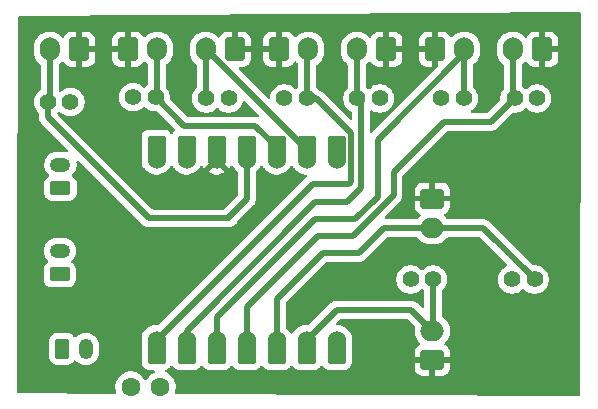
<source format=gbr>
%TF.GenerationSoftware,KiCad,Pcbnew,9.0.2*%
%TF.CreationDate,2025-08-28T12:15:59+10:00*%
%TF.ProjectId,fsr_left,6673725f-6c65-4667-942e-6b696361645f,rev?*%
%TF.SameCoordinates,Original*%
%TF.FileFunction,Copper,L1,Top*%
%TF.FilePolarity,Positive*%
%FSLAX46Y46*%
G04 Gerber Fmt 4.6, Leading zero omitted, Abs format (unit mm)*
G04 Created by KiCad (PCBNEW 9.0.2) date 2025-08-28 12:15:59*
%MOMM*%
%LPD*%
G01*
G04 APERTURE LIST*
G04 Aperture macros list*
%AMRoundRect*
0 Rectangle with rounded corners*
0 $1 Rounding radius*
0 $2 $3 $4 $5 $6 $7 $8 $9 X,Y pos of 4 corners*
0 Add a 4 corners polygon primitive as box body*
4,1,4,$2,$3,$4,$5,$6,$7,$8,$9,$2,$3,0*
0 Add four circle primitives for the rounded corners*
1,1,$1+$1,$2,$3*
1,1,$1+$1,$4,$5*
1,1,$1+$1,$6,$7*
1,1,$1+$1,$8,$9*
0 Add four rect primitives between the rounded corners*
20,1,$1+$1,$2,$3,$4,$5,0*
20,1,$1+$1,$4,$5,$6,$7,0*
20,1,$1+$1,$6,$7,$8,$9,0*
20,1,$1+$1,$8,$9,$2,$3,0*%
G04 Aperture macros list end*
%TA.AperFunction,ComponentPad*%
%ADD10RoundRect,0.250000X0.600000X0.750000X-0.600000X0.750000X-0.600000X-0.750000X0.600000X-0.750000X0*%
%TD*%
%TA.AperFunction,ComponentPad*%
%ADD11O,1.700000X2.000000*%
%TD*%
%TA.AperFunction,ComponentPad*%
%ADD12C,1.400000*%
%TD*%
%TA.AperFunction,SMDPad,CuDef*%
%ADD13RoundRect,0.152400X-0.609600X1.063600X-0.609600X-1.063600X0.609600X-1.063600X0.609600X1.063600X0*%
%TD*%
%TA.AperFunction,ComponentPad*%
%ADD14C,1.524000*%
%TD*%
%TA.AperFunction,SMDPad,CuDef*%
%ADD15RoundRect,0.152400X0.609600X-1.063600X0.609600X1.063600X-0.609600X1.063600X-0.609600X-1.063600X0*%
%TD*%
%TA.AperFunction,ComponentPad*%
%ADD16RoundRect,0.250000X0.625000X-0.350000X0.625000X0.350000X-0.625000X0.350000X-0.625000X-0.350000X0*%
%TD*%
%TA.AperFunction,ComponentPad*%
%ADD17O,1.750000X1.200000*%
%TD*%
%TA.AperFunction,ComponentPad*%
%ADD18RoundRect,0.250000X-0.350000X-0.625000X0.350000X-0.625000X0.350000X0.625000X-0.350000X0.625000X0*%
%TD*%
%TA.AperFunction,ComponentPad*%
%ADD19O,1.200000X1.750000*%
%TD*%
%TA.AperFunction,ComponentPad*%
%ADD20RoundRect,0.250000X0.750000X-0.600000X0.750000X0.600000X-0.750000X0.600000X-0.750000X-0.600000X0*%
%TD*%
%TA.AperFunction,ComponentPad*%
%ADD21O,2.000000X1.700000*%
%TD*%
%TA.AperFunction,ComponentPad*%
%ADD22C,1.600000*%
%TD*%
%TA.AperFunction,ComponentPad*%
%ADD23RoundRect,0.250000X-0.600000X-0.750000X0.600000X-0.750000X0.600000X0.750000X-0.600000X0.750000X0*%
%TD*%
%TA.AperFunction,ComponentPad*%
%ADD24RoundRect,0.250000X-0.750000X0.600000X-0.750000X-0.600000X0.750000X-0.600000X0.750000X0.600000X0*%
%TD*%
%TA.AperFunction,Conductor*%
%ADD25C,0.500000*%
%TD*%
G04 APERTURE END LIST*
D10*
%TO.P,JMid1,1,Pin_1*%
%TO.N,+3.3V*%
X170850000Y-73145000D03*
D11*
%TO.P,JMid1,2,Pin_2*%
%TO.N,/Mid1*%
X168350000Y-73145000D03*
%TD*%
D10*
%TO.P,JRin1,1,Pin_1*%
%TO.N,+3.3V*%
X158050000Y-73145000D03*
D11*
%TO.P,JRin1,2,Pin_2*%
%TO.N,/Rin1*%
X155550000Y-73145000D03*
%TD*%
D12*
%TO.P,RMid2,1*%
%TO.N,/Mid2*%
X164105000Y-77300000D03*
%TO.P,RMid2,2*%
%TO.N,GND*%
X162205000Y-77300000D03*
%TD*%
D13*
%TO.P,U1,1,PA02_A0_D0*%
%TO.N,/Mid2*%
X151398500Y-98555000D03*
D14*
X151398500Y-97720000D03*
D13*
%TO.P,U1,2,PA4_A1_D1*%
%TO.N,/Mid1*%
X153938500Y-98555000D03*
D14*
X153938500Y-97720000D03*
D13*
%TO.P,U1,3,PA10_A2_D2*%
%TO.N,/In2*%
X156478500Y-98555000D03*
D14*
X156478500Y-97720000D03*
D13*
%TO.P,U1,4,PA11_A3_D3*%
%TO.N,/In1*%
X159018500Y-98555000D03*
D14*
X159018500Y-97720000D03*
D13*
%TO.P,U1,5,PA8_A4_D4_SDA*%
%TO.N,/Th2*%
X161558500Y-98555000D03*
D14*
X161558500Y-97720000D03*
D13*
%TO.P,U1,6,PA9_A5_D5_SCL*%
%TO.N,/Th1*%
X164098500Y-98555000D03*
D14*
X164098500Y-97720000D03*
D13*
%TO.P,U1,7,PB08_A6_TX*%
%TO.N,unconnected-(U1-PB08_A6_TX-Pad7)_1*%
X166638500Y-98555000D03*
D14*
%TO.N,unconnected-(U1-PB08_A6_TX-Pad7)*%
X166638500Y-97720000D03*
%TO.P,U1,8,PB09_D7_RX*%
%TO.N,unconnected-(U1-PB09_D7_RX-Pad8)_1*%
X166638500Y-82480000D03*
D15*
%TO.N,unconnected-(U1-PB09_D7_RX-Pad8)*%
X166638500Y-81645000D03*
D14*
%TO.P,U1,9,PA7_A8_D8_SCK*%
%TO.N,/Rin1*%
X164098500Y-82480000D03*
D15*
X164098500Y-81645000D03*
D14*
%TO.P,U1,10,PA5_A9_D9_MISO*%
%TO.N,/Rin2*%
X161558500Y-82480000D03*
D15*
X161558500Y-81645000D03*
D14*
%TO.P,U1,11,PA6_A10_D10_MOSI*%
%TO.N,/Pin*%
X159018500Y-82480000D03*
D15*
X159018500Y-81645000D03*
D14*
%TO.P,U1,12,3V3*%
%TO.N,+3.3V*%
X156478500Y-82480000D03*
D15*
X156478500Y-81645000D03*
D14*
%TO.P,U1,13,GND*%
%TO.N,GND*%
X153938500Y-82480000D03*
D15*
X153938500Y-81645000D03*
D14*
%TO.P,U1,14,5V*%
%TO.N,unconnected-(U1-5V-Pad14)_1*%
X151398500Y-82480000D03*
D15*
%TO.N,unconnected-(U1-5V-Pad14)*%
X151398500Y-81645000D03*
%TD*%
D12*
%TO.P,RRin2,1*%
%TO.N,/Rin2*%
X151305000Y-77200000D03*
%TO.P,RRin2,2*%
%TO.N,GND*%
X149405000Y-77200000D03*
%TD*%
D16*
%TO.P,SW2,1,A*%
%TO.N,Net-(SW2A-A)*%
X143200000Y-92200000D03*
D17*
%TO.P,SW2,2,B*%
%TO.N,Net-(SW2A-B)*%
X143200000Y-90200000D03*
%TD*%
D12*
%TO.P,RMid1,1*%
%TO.N,/Mid1*%
X168395000Y-77300000D03*
%TO.P,RMid1,2*%
%TO.N,GND*%
X170295000Y-77300000D03*
%TD*%
D18*
%TO.P,bat2,1,3.7V*%
%TO.N,Net-(SW2A-A)*%
X143400000Y-98500000D03*
D19*
%TO.P,bat2,2,G*%
%TO.N,GND*%
X145400000Y-98500000D03*
%TD*%
D20*
%TO.P,JTh1,1,Pin_1*%
%TO.N,+3.3V*%
X174745000Y-99470000D03*
D21*
%TO.P,JTh1,2,Pin_2*%
%TO.N,/Th1*%
X174745000Y-96970000D03*
%TD*%
D22*
%TO.P,C2,1*%
%TO.N,Net-(SW2A-A)*%
X149200000Y-101700000D03*
%TO.P,C2,2*%
%TO.N,GND*%
X151700000Y-101700000D03*
%TD*%
D16*
%TO.P,bat4,1,3.7V*%
%TO.N,Net-(SW2A-B)*%
X143250000Y-84900000D03*
D17*
%TO.P,bat4,2,G*%
%TO.N,GND*%
X143250000Y-82900000D03*
%TD*%
D12*
%TO.P,RRin1,1*%
%TO.N,/Rin1*%
X155595000Y-77300000D03*
%TO.P,RRin1,2*%
%TO.N,GND*%
X157495000Y-77300000D03*
%TD*%
%TO.P,RPin1,1*%
%TO.N,/Pin*%
X142195000Y-77600000D03*
%TO.P,RPin1,2*%
%TO.N,GND*%
X144095000Y-77600000D03*
%TD*%
D10*
%TO.P,JIn1,1,Pin_1*%
%TO.N,+3.3V*%
X184050000Y-73145000D03*
D11*
%TO.P,JIn1,2,Pin_2*%
%TO.N,/In1*%
X181550000Y-73145000D03*
%TD*%
D12*
%TO.P,RTh1,1*%
%TO.N,/Th1*%
X174795000Y-92620000D03*
%TO.P,RTh1,2*%
%TO.N,GND*%
X172895000Y-92620000D03*
%TD*%
%TO.P,RTh2,1*%
%TO.N,/Th2*%
X183395000Y-92620000D03*
%TO.P,RTh2,2*%
%TO.N,GND*%
X181495000Y-92620000D03*
%TD*%
%TO.P,RIn2,1*%
%TO.N,/In2*%
X177400000Y-77300000D03*
%TO.P,RIn2,2*%
%TO.N,GND*%
X175500000Y-77300000D03*
%TD*%
%TO.P,RIn1,1*%
%TO.N,/In1*%
X181695000Y-77300000D03*
%TO.P,RIn1,2*%
%TO.N,GND*%
X183595000Y-77300000D03*
%TD*%
D10*
%TO.P,JPin1,1,Pin_1*%
%TO.N,+3.3V*%
X144850000Y-73145000D03*
D11*
%TO.P,JPin1,2,Pin_2*%
%TO.N,/Pin*%
X142350000Y-73145000D03*
%TD*%
D23*
%TO.P,JIn2,1,Pin_1*%
%TO.N,+3.3V*%
X174950000Y-73145000D03*
D11*
%TO.P,JIn2,2,Pin_2*%
%TO.N,/In2*%
X177450000Y-73145000D03*
%TD*%
D23*
%TO.P,JMid2,1,Pin_1*%
%TO.N,+3.3V*%
X161750000Y-73145000D03*
D11*
%TO.P,JMid2,2,Pin_2*%
%TO.N,/Mid2*%
X164250000Y-73145000D03*
%TD*%
D23*
%TO.P,JRin2,1,Pin_1*%
%TO.N,+3.3V*%
X148950000Y-73145000D03*
D11*
%TO.P,JRin2,2,Pin_2*%
%TO.N,/Rin2*%
X151450000Y-73145000D03*
%TD*%
D24*
%TO.P,JTh2,1,Pin_1*%
%TO.N,+3.3V*%
X174745000Y-85770000D03*
D21*
%TO.P,JTh2,2,Pin_2*%
%TO.N,/Th2*%
X174745000Y-88270000D03*
%TD*%
D25*
%TO.N,/Pin*%
X157500000Y-87460000D02*
X157500000Y-87360000D01*
X142195000Y-78905000D02*
X150750000Y-87460000D01*
X150750000Y-87460000D02*
X157500000Y-87460000D01*
X142195000Y-77600000D02*
X142195000Y-78905000D01*
X157500000Y-87360000D02*
X159018500Y-85841500D01*
X159018500Y-85841500D02*
X159018500Y-82480000D01*
%TO.N,/In1*%
X159018500Y-94981500D02*
X165020000Y-88980000D01*
X181550000Y-77155000D02*
X181695000Y-77300000D01*
X175690000Y-79270000D02*
X179725000Y-79270000D01*
X165020000Y-88980000D02*
X167980000Y-88980000D01*
X179725000Y-79270000D02*
X181695000Y-77300000D01*
X171450000Y-85510000D02*
X171450000Y-83510000D01*
X181550000Y-73145000D02*
X181550000Y-77155000D01*
X159018500Y-97720000D02*
X159018500Y-94981500D01*
X171450000Y-83510000D02*
X175690000Y-79270000D01*
X167980000Y-88980000D02*
X171450000Y-85510000D01*
%TO.N,/In2*%
X177400000Y-77300000D02*
X177400000Y-73195000D01*
X170100000Y-80800000D02*
X177450000Y-73450000D01*
X177400000Y-73195000D02*
X177450000Y-73145000D01*
X177450000Y-77250000D02*
X177400000Y-77300000D01*
X164800000Y-87500000D02*
X168200000Y-87500000D01*
X156478500Y-95821500D02*
X164800000Y-87500000D01*
X168200000Y-87500000D02*
X170100000Y-85600000D01*
X170100000Y-85600000D02*
X170100000Y-80800000D01*
X156478500Y-97720000D02*
X156478500Y-95821500D01*
X177450000Y-73450000D02*
X177450000Y-73145000D01*
%TO.N,/Mid1*%
X168700000Y-84900000D02*
X168700000Y-77605000D01*
X153938500Y-96961500D02*
X164800000Y-86100000D01*
X168700000Y-77605000D02*
X168395000Y-77300000D01*
X168350000Y-73145000D02*
X168350000Y-77255000D01*
X164800000Y-86100000D02*
X167500000Y-86100000D01*
X168350000Y-77255000D02*
X168395000Y-77300000D01*
X153938500Y-97720000D02*
X153938500Y-96961500D01*
X167500000Y-86100000D02*
X168700000Y-84900000D01*
%TO.N,/Mid2*%
X167700000Y-84500000D02*
X167851500Y-84348500D01*
X164105000Y-73290000D02*
X164250000Y-73145000D01*
X151398500Y-97720000D02*
X164618500Y-84500000D01*
X164105000Y-77300000D02*
X164105000Y-73290000D01*
X164618500Y-84500000D02*
X167700000Y-84500000D01*
X167851500Y-84348500D02*
X167851500Y-80251500D01*
X167851500Y-80251500D02*
X164900000Y-77300000D01*
X164900000Y-77300000D02*
X164105000Y-77300000D01*
%TO.N,/Pin*%
X142350000Y-73145000D02*
X142350000Y-75300000D01*
X142350000Y-77445000D02*
X142195000Y-77600000D01*
X142350000Y-75300000D02*
X142350000Y-77550000D01*
X142350000Y-75300000D02*
X142350000Y-77445000D01*
%TO.N,/Rin1*%
X164098500Y-81645000D02*
X164098500Y-82480000D01*
X155550000Y-73145000D02*
X155598500Y-73145000D01*
X155550000Y-77255000D02*
X155595000Y-77300000D01*
X155598500Y-73145000D02*
X164098500Y-81645000D01*
X155550000Y-75100000D02*
X155550000Y-77255000D01*
X155550000Y-73145000D02*
X155550000Y-75100000D01*
%TO.N,/Rin2*%
X151450000Y-73145000D02*
X151450000Y-75100000D01*
X161558500Y-81402370D02*
X161558500Y-82480000D01*
X151450000Y-75100000D02*
X151450000Y-77055000D01*
X151450000Y-77055000D02*
X151305000Y-77200000D01*
%TO.N,/Th1*%
X172955000Y-95180000D02*
X174745000Y-96970000D01*
X166638500Y-95180000D02*
X172955000Y-95180000D01*
X164098500Y-97720000D02*
X166638500Y-95180000D01*
X174795000Y-92620000D02*
X174795000Y-96920000D01*
X174795000Y-96920000D02*
X174745000Y-96970000D01*
X164098500Y-97720000D02*
X164098500Y-98797630D01*
%TO.N,/Th2*%
X168520000Y-90400000D02*
X170650000Y-88270000D01*
X161558500Y-94281500D02*
X165440000Y-90400000D01*
X174745000Y-88270000D02*
X179045000Y-88270000D01*
X179045000Y-88270000D02*
X183395000Y-92620000D01*
X161558500Y-97720000D02*
X161558500Y-94281500D01*
X170650000Y-88270000D02*
X174745000Y-88270000D01*
X165440000Y-90400000D02*
X168520000Y-90400000D01*
%TO.N,/Rin2*%
X159756130Y-79600000D02*
X161558500Y-81402370D01*
X151305000Y-77200000D02*
X153705000Y-79600000D01*
X153705000Y-79600000D02*
X159756130Y-79600000D01*
%TD*%
%TA.AperFunction,Conductor*%
%TO.N,+3.3V*%
G36*
X187243554Y-70017904D02*
G01*
X187289676Y-70070388D01*
X187301243Y-70122871D01*
X187252597Y-102391366D01*
X187232811Y-102458376D01*
X187179938Y-102504051D01*
X187127906Y-102515177D01*
X153034253Y-102325236D01*
X152967324Y-102305178D01*
X152921864Y-102252120D01*
X152912306Y-102182907D01*
X152917008Y-102162936D01*
X152968477Y-102004534D01*
X153000500Y-101802352D01*
X153000500Y-101597648D01*
X152968477Y-101395466D01*
X152905220Y-101200781D01*
X152905218Y-101200778D01*
X152905218Y-101200776D01*
X152839515Y-101071828D01*
X152812287Y-101018390D01*
X152804556Y-101007749D01*
X152691971Y-100852786D01*
X152547213Y-100708028D01*
X152381613Y-100587715D01*
X152381612Y-100587714D01*
X152381610Y-100587713D01*
X152323176Y-100557939D01*
X152199219Y-100494779D01*
X152173408Y-100486393D01*
X152115733Y-100446955D01*
X152088536Y-100382596D01*
X152100451Y-100313750D01*
X152147696Y-100262275D01*
X152177126Y-100249389D01*
X152269459Y-100222564D01*
X152411447Y-100138592D01*
X152528092Y-100021947D01*
X152561768Y-99965003D01*
X152612837Y-99917321D01*
X152681579Y-99904817D01*
X152746168Y-99931462D01*
X152775231Y-99965003D01*
X152791427Y-99992389D01*
X152808906Y-100021944D01*
X152808912Y-100021952D01*
X152925547Y-100138587D01*
X152925551Y-100138590D01*
X152925553Y-100138592D01*
X153067541Y-100222564D01*
X153067975Y-100222690D01*
X153225947Y-100268586D01*
X153225950Y-100268586D01*
X153225952Y-100268587D01*
X153262966Y-100271500D01*
X153262974Y-100271500D01*
X154614026Y-100271500D01*
X154614034Y-100271500D01*
X154651048Y-100268587D01*
X154651050Y-100268586D01*
X154651052Y-100268586D01*
X154692823Y-100256449D01*
X154809459Y-100222564D01*
X154951447Y-100138592D01*
X155068092Y-100021947D01*
X155101768Y-99965003D01*
X155152837Y-99917321D01*
X155221579Y-99904817D01*
X155286168Y-99931462D01*
X155315231Y-99965003D01*
X155331427Y-99992389D01*
X155348906Y-100021944D01*
X155348912Y-100021952D01*
X155465547Y-100138587D01*
X155465551Y-100138590D01*
X155465553Y-100138592D01*
X155607541Y-100222564D01*
X155607975Y-100222690D01*
X155765947Y-100268586D01*
X155765950Y-100268586D01*
X155765952Y-100268587D01*
X155802966Y-100271500D01*
X155802974Y-100271500D01*
X157154026Y-100271500D01*
X157154034Y-100271500D01*
X157191048Y-100268587D01*
X157191050Y-100268586D01*
X157191052Y-100268586D01*
X157232823Y-100256449D01*
X157349459Y-100222564D01*
X157491447Y-100138592D01*
X157608092Y-100021947D01*
X157641768Y-99965003D01*
X157692837Y-99917321D01*
X157761579Y-99904817D01*
X157826168Y-99931462D01*
X157855231Y-99965003D01*
X157871427Y-99992389D01*
X157888906Y-100021944D01*
X157888912Y-100021952D01*
X158005547Y-100138587D01*
X158005551Y-100138590D01*
X158005553Y-100138592D01*
X158147541Y-100222564D01*
X158147975Y-100222690D01*
X158305947Y-100268586D01*
X158305950Y-100268586D01*
X158305952Y-100268587D01*
X158342966Y-100271500D01*
X158342974Y-100271500D01*
X159694026Y-100271500D01*
X159694034Y-100271500D01*
X159731048Y-100268587D01*
X159731050Y-100268586D01*
X159731052Y-100268586D01*
X159772823Y-100256449D01*
X159889459Y-100222564D01*
X160031447Y-100138592D01*
X160148092Y-100021947D01*
X160181768Y-99965003D01*
X160232837Y-99917321D01*
X160301579Y-99904817D01*
X160366168Y-99931462D01*
X160395231Y-99965003D01*
X160411427Y-99992389D01*
X160428906Y-100021944D01*
X160428912Y-100021952D01*
X160545547Y-100138587D01*
X160545551Y-100138590D01*
X160545553Y-100138592D01*
X160687541Y-100222564D01*
X160687975Y-100222690D01*
X160845947Y-100268586D01*
X160845950Y-100268586D01*
X160845952Y-100268587D01*
X160882966Y-100271500D01*
X160882974Y-100271500D01*
X162234026Y-100271500D01*
X162234034Y-100271500D01*
X162271048Y-100268587D01*
X162271050Y-100268586D01*
X162271052Y-100268586D01*
X162312823Y-100256449D01*
X162429459Y-100222564D01*
X162571447Y-100138592D01*
X162688092Y-100021947D01*
X162721768Y-99965003D01*
X162772837Y-99917321D01*
X162841579Y-99904817D01*
X162906168Y-99931462D01*
X162935231Y-99965003D01*
X162951427Y-99992389D01*
X162968906Y-100021944D01*
X162968912Y-100021952D01*
X163085547Y-100138587D01*
X163085551Y-100138590D01*
X163085553Y-100138592D01*
X163227541Y-100222564D01*
X163227975Y-100222690D01*
X163385947Y-100268586D01*
X163385950Y-100268586D01*
X163385952Y-100268587D01*
X163422966Y-100271500D01*
X163422974Y-100271500D01*
X164774026Y-100271500D01*
X164774034Y-100271500D01*
X164811048Y-100268587D01*
X164811050Y-100268586D01*
X164811052Y-100268586D01*
X164852823Y-100256449D01*
X164969459Y-100222564D01*
X165111447Y-100138592D01*
X165228092Y-100021947D01*
X165261768Y-99965003D01*
X165312837Y-99917321D01*
X165381579Y-99904817D01*
X165446168Y-99931462D01*
X165475231Y-99965003D01*
X165491427Y-99992389D01*
X165508906Y-100021944D01*
X165508912Y-100021952D01*
X165625547Y-100138587D01*
X165625551Y-100138590D01*
X165625553Y-100138592D01*
X165767541Y-100222564D01*
X165767975Y-100222690D01*
X165925947Y-100268586D01*
X165925950Y-100268586D01*
X165925952Y-100268587D01*
X165962966Y-100271500D01*
X165962974Y-100271500D01*
X167314026Y-100271500D01*
X167314034Y-100271500D01*
X167351048Y-100268587D01*
X167351050Y-100268586D01*
X167351052Y-100268586D01*
X167392823Y-100256449D01*
X167509459Y-100222564D01*
X167651447Y-100138592D01*
X167768092Y-100021947D01*
X167852064Y-99879959D01*
X167898087Y-99721548D01*
X167901000Y-99684534D01*
X167901000Y-97425466D01*
X167898087Y-97388452D01*
X167898087Y-97388450D01*
X167898086Y-97388447D01*
X167852065Y-97230045D01*
X167852064Y-97230042D01*
X167852064Y-97230041D01*
X167768092Y-97088053D01*
X167671890Y-96991851D01*
X167659258Y-96977060D01*
X167601484Y-96897539D01*
X167460966Y-96757021D01*
X167460965Y-96757020D01*
X167460964Y-96757019D01*
X167300194Y-96640213D01*
X167123132Y-96549994D01*
X167123129Y-96549993D01*
X166934137Y-96488587D01*
X166835998Y-96473043D01*
X166737861Y-96457500D01*
X166721728Y-96457500D01*
X166654689Y-96437815D01*
X166608934Y-96385011D01*
X166598990Y-96315853D01*
X166628015Y-96252297D01*
X166634047Y-96245819D01*
X166696138Y-96183729D01*
X166913048Y-95966819D01*
X166974371Y-95933334D01*
X167000729Y-95930500D01*
X172592770Y-95930500D01*
X172659809Y-95950185D01*
X172680451Y-95966819D01*
X172965929Y-96252297D01*
X173246004Y-96532371D01*
X173279489Y-96593694D01*
X173277724Y-96648733D01*
X173278892Y-96649014D01*
X173277754Y-96653753D01*
X173261398Y-96757021D01*
X173244500Y-96863713D01*
X173244500Y-97076287D01*
X173246363Y-97088047D01*
X173277127Y-97282289D01*
X173277754Y-97286243D01*
X173340630Y-97479756D01*
X173343444Y-97488414D01*
X173439951Y-97677820D01*
X173564890Y-97849786D01*
X173704068Y-97988964D01*
X173737553Y-98050287D01*
X173732569Y-98119979D01*
X173690697Y-98175912D01*
X173681484Y-98182183D01*
X173526659Y-98277680D01*
X173526655Y-98277683D01*
X173402684Y-98401654D01*
X173310643Y-98550875D01*
X173310641Y-98550880D01*
X173255494Y-98717302D01*
X173255493Y-98717309D01*
X173245000Y-98820013D01*
X173245000Y-99220000D01*
X174311988Y-99220000D01*
X174279075Y-99277007D01*
X174245000Y-99404174D01*
X174245000Y-99535826D01*
X174279075Y-99662993D01*
X174311988Y-99720000D01*
X173245001Y-99720000D01*
X173245001Y-100119986D01*
X173255494Y-100222697D01*
X173310641Y-100389119D01*
X173310643Y-100389124D01*
X173402684Y-100538345D01*
X173526654Y-100662315D01*
X173675875Y-100754356D01*
X173675880Y-100754358D01*
X173842302Y-100809505D01*
X173842309Y-100809506D01*
X173945019Y-100819999D01*
X174494999Y-100819999D01*
X174495000Y-100819998D01*
X174495000Y-99903012D01*
X174552007Y-99935925D01*
X174679174Y-99970000D01*
X174810826Y-99970000D01*
X174937993Y-99935925D01*
X174995000Y-99903012D01*
X174995000Y-100819999D01*
X175544972Y-100819999D01*
X175544986Y-100819998D01*
X175647697Y-100809505D01*
X175814119Y-100754358D01*
X175814124Y-100754356D01*
X175963345Y-100662315D01*
X176087315Y-100538345D01*
X176179356Y-100389124D01*
X176179358Y-100389119D01*
X176234505Y-100222697D01*
X176234506Y-100222690D01*
X176244999Y-100119986D01*
X176245000Y-100119973D01*
X176245000Y-99720000D01*
X175178012Y-99720000D01*
X175210925Y-99662993D01*
X175245000Y-99535826D01*
X175245000Y-99404174D01*
X175210925Y-99277007D01*
X175178012Y-99220000D01*
X176244999Y-99220000D01*
X176244999Y-98820028D01*
X176244998Y-98820013D01*
X176234505Y-98717302D01*
X176179358Y-98550880D01*
X176179356Y-98550875D01*
X176087315Y-98401654D01*
X175963345Y-98277684D01*
X175808515Y-98182184D01*
X175761791Y-98130236D01*
X175750568Y-98061273D01*
X175778412Y-97997191D01*
X175785909Y-97988986D01*
X175925104Y-97849792D01*
X175959424Y-97802555D01*
X176050048Y-97677820D01*
X176050047Y-97677820D01*
X176050051Y-97677816D01*
X176146557Y-97488412D01*
X176212246Y-97286243D01*
X176245500Y-97076287D01*
X176245500Y-96863713D01*
X176212246Y-96653757D01*
X176146557Y-96451588D01*
X176050051Y-96262184D01*
X176050049Y-96262181D01*
X176050048Y-96262179D01*
X175925109Y-96090213D01*
X175774786Y-95939890D01*
X175598875Y-95812085D01*
X175599851Y-95810740D01*
X175557834Y-95764295D01*
X175545500Y-95710382D01*
X175545500Y-93618625D01*
X175565185Y-93551586D01*
X175581819Y-93530944D01*
X175710690Y-93402073D01*
X175821760Y-93249199D01*
X175907547Y-93080832D01*
X175965940Y-92901118D01*
X175970974Y-92869334D01*
X175995500Y-92714486D01*
X175995500Y-92525513D01*
X175965940Y-92338881D01*
X175907545Y-92159163D01*
X175821759Y-91990800D01*
X175710690Y-91837927D01*
X175577073Y-91704310D01*
X175424199Y-91593240D01*
X175424195Y-91593238D01*
X175255836Y-91507454D01*
X175076118Y-91449059D01*
X174889486Y-91419500D01*
X174889481Y-91419500D01*
X174700519Y-91419500D01*
X174700514Y-91419500D01*
X174513881Y-91449059D01*
X174334163Y-91507454D01*
X174165800Y-91593240D01*
X174078579Y-91656610D01*
X174012927Y-91704310D01*
X174012925Y-91704312D01*
X174012924Y-91704312D01*
X173932681Y-91784556D01*
X173871358Y-91818041D01*
X173801666Y-91813057D01*
X173757319Y-91784556D01*
X173677075Y-91704312D01*
X173677073Y-91704310D01*
X173524199Y-91593240D01*
X173524195Y-91593238D01*
X173355836Y-91507454D01*
X173176118Y-91449059D01*
X172989486Y-91419500D01*
X172989481Y-91419500D01*
X172800519Y-91419500D01*
X172800514Y-91419500D01*
X172613881Y-91449059D01*
X172434163Y-91507454D01*
X172265800Y-91593240D01*
X172178579Y-91656610D01*
X172112927Y-91704310D01*
X172112925Y-91704312D01*
X172112924Y-91704312D01*
X171979312Y-91837924D01*
X171979312Y-91837925D01*
X171979310Y-91837927D01*
X171945000Y-91885150D01*
X171868240Y-91990800D01*
X171782454Y-92159163D01*
X171724059Y-92338881D01*
X171694500Y-92525513D01*
X171694500Y-92714486D01*
X171724059Y-92901118D01*
X171782454Y-93080836D01*
X171813981Y-93142710D01*
X171868240Y-93249199D01*
X171979310Y-93402073D01*
X172112927Y-93535690D01*
X172265801Y-93646760D01*
X172345347Y-93687290D01*
X172434163Y-93732545D01*
X172434165Y-93732545D01*
X172434168Y-93732547D01*
X172530497Y-93763846D01*
X172613881Y-93790940D01*
X172800514Y-93820500D01*
X172800519Y-93820500D01*
X172989486Y-93820500D01*
X173176118Y-93790940D01*
X173355832Y-93732547D01*
X173524199Y-93646760D01*
X173677073Y-93535690D01*
X173757319Y-93455444D01*
X173765264Y-93451105D01*
X173770690Y-93443858D01*
X173795449Y-93434623D01*
X173818642Y-93421959D01*
X173827671Y-93422604D01*
X173836154Y-93419441D01*
X173861974Y-93425057D01*
X173888334Y-93426943D01*
X173897387Y-93432761D01*
X173904427Y-93434293D01*
X173932681Y-93455444D01*
X174008181Y-93530944D01*
X174041666Y-93592267D01*
X174044500Y-93618625D01*
X174044500Y-94908769D01*
X174024815Y-94975808D01*
X173972011Y-95021563D01*
X173902853Y-95031507D01*
X173839297Y-95002482D01*
X173832819Y-94996450D01*
X173433421Y-94597052D01*
X173433414Y-94597046D01*
X173359729Y-94547812D01*
X173359729Y-94547813D01*
X173310491Y-94514913D01*
X173173917Y-94458343D01*
X173173907Y-94458340D01*
X173028920Y-94429500D01*
X173028918Y-94429500D01*
X166564582Y-94429500D01*
X166564580Y-94429500D01*
X166419592Y-94458340D01*
X166419582Y-94458343D01*
X166283011Y-94514912D01*
X166282998Y-94514919D01*
X166160084Y-94597048D01*
X166160080Y-94597051D01*
X164330393Y-96426738D01*
X164269070Y-96460223D01*
X164223316Y-96461531D01*
X164197863Y-96457500D01*
X164197861Y-96457500D01*
X163999139Y-96457500D01*
X163933714Y-96467862D01*
X163802862Y-96488587D01*
X163613870Y-96549993D01*
X163613867Y-96549994D01*
X163436805Y-96640213D01*
X163276033Y-96757021D01*
X163135518Y-96897536D01*
X163077739Y-96977061D01*
X163072460Y-96983821D01*
X163068946Y-96988013D01*
X162968908Y-97088053D01*
X162930064Y-97153733D01*
X162923538Y-97161521D01*
X162902576Y-97175485D01*
X162884162Y-97192679D01*
X162873992Y-97194528D01*
X162865391Y-97200259D01*
X162840203Y-97200674D01*
X162815421Y-97205182D01*
X162805866Y-97201240D01*
X162795531Y-97201411D01*
X162774116Y-97188142D01*
X162750831Y-97178536D01*
X162741808Y-97168123D01*
X162736138Y-97164610D01*
X162732926Y-97157873D01*
X162721768Y-97144996D01*
X162715857Y-97135001D01*
X162688092Y-97088053D01*
X162591890Y-96991851D01*
X162579258Y-96977060D01*
X162521484Y-96897539D01*
X162380965Y-96757020D01*
X162380964Y-96757019D01*
X162360113Y-96741870D01*
X162317449Y-96686540D01*
X162309000Y-96641553D01*
X162309000Y-94643730D01*
X162328685Y-94576691D01*
X162345319Y-94556049D01*
X165714549Y-91186819D01*
X165775872Y-91153334D01*
X165802230Y-91150500D01*
X168593920Y-91150500D01*
X168691462Y-91131096D01*
X168738913Y-91121658D01*
X168875495Y-91065084D01*
X168924729Y-91032186D01*
X168936281Y-91024468D01*
X168949071Y-91015921D01*
X168998416Y-90982952D01*
X170924549Y-89056819D01*
X170985872Y-89023334D01*
X171012230Y-89020500D01*
X173407779Y-89020500D01*
X173474818Y-89040185D01*
X173508097Y-89071615D01*
X173564892Y-89149788D01*
X173715213Y-89300109D01*
X173887179Y-89425048D01*
X173887181Y-89425049D01*
X173887184Y-89425051D01*
X174076588Y-89521557D01*
X174278757Y-89587246D01*
X174488713Y-89620500D01*
X174488714Y-89620500D01*
X175001286Y-89620500D01*
X175001287Y-89620500D01*
X175211243Y-89587246D01*
X175413412Y-89521557D01*
X175602816Y-89425051D01*
X175624789Y-89409086D01*
X175774786Y-89300109D01*
X175774788Y-89300106D01*
X175774792Y-89300104D01*
X175925104Y-89149792D01*
X175925107Y-89149788D01*
X175981903Y-89071615D01*
X176037233Y-89028949D01*
X176082221Y-89020500D01*
X178682770Y-89020500D01*
X178749809Y-89040185D01*
X178770451Y-89056819D01*
X181037309Y-91323677D01*
X181070794Y-91385000D01*
X181065810Y-91454692D01*
X181023938Y-91510625D01*
X181005924Y-91521842D01*
X180865803Y-91593238D01*
X180789364Y-91648775D01*
X180712927Y-91704310D01*
X180712925Y-91704312D01*
X180712924Y-91704312D01*
X180579312Y-91837924D01*
X180579312Y-91837925D01*
X180579310Y-91837927D01*
X180545000Y-91885150D01*
X180468240Y-91990800D01*
X180382454Y-92159163D01*
X180324059Y-92338881D01*
X180294500Y-92525513D01*
X180294500Y-92714486D01*
X180324059Y-92901118D01*
X180382454Y-93080836D01*
X180413981Y-93142710D01*
X180468240Y-93249199D01*
X180579310Y-93402073D01*
X180712927Y-93535690D01*
X180865801Y-93646760D01*
X180945347Y-93687290D01*
X181034163Y-93732545D01*
X181034165Y-93732545D01*
X181034168Y-93732547D01*
X181130497Y-93763846D01*
X181213881Y-93790940D01*
X181400514Y-93820500D01*
X181400519Y-93820500D01*
X181589486Y-93820500D01*
X181776118Y-93790940D01*
X181955832Y-93732547D01*
X182124199Y-93646760D01*
X182277073Y-93535690D01*
X182357319Y-93455444D01*
X182418642Y-93421959D01*
X182488334Y-93426943D01*
X182532681Y-93455444D01*
X182612927Y-93535690D01*
X182765801Y-93646760D01*
X182845347Y-93687290D01*
X182934163Y-93732545D01*
X182934165Y-93732545D01*
X182934168Y-93732547D01*
X183030497Y-93763846D01*
X183113881Y-93790940D01*
X183300514Y-93820500D01*
X183300519Y-93820500D01*
X183489486Y-93820500D01*
X183676118Y-93790940D01*
X183855832Y-93732547D01*
X184024199Y-93646760D01*
X184177073Y-93535690D01*
X184310690Y-93402073D01*
X184421760Y-93249199D01*
X184507547Y-93080832D01*
X184565940Y-92901118D01*
X184570974Y-92869334D01*
X184595500Y-92714486D01*
X184595500Y-92525513D01*
X184565940Y-92338881D01*
X184507545Y-92159163D01*
X184421759Y-91990800D01*
X184310690Y-91837927D01*
X184177073Y-91704310D01*
X184024199Y-91593240D01*
X184024195Y-91593238D01*
X183855836Y-91507454D01*
X183676118Y-91449059D01*
X183489486Y-91419500D01*
X183489481Y-91419500D01*
X183307230Y-91419500D01*
X183240191Y-91399815D01*
X183219549Y-91383181D01*
X179523413Y-87687045D01*
X179474179Y-87654150D01*
X179441355Y-87632218D01*
X179400495Y-87604916D01*
X179400494Y-87604915D01*
X179400492Y-87604914D01*
X179400490Y-87604913D01*
X179263917Y-87548343D01*
X179263907Y-87548340D01*
X179118920Y-87519500D01*
X179118918Y-87519500D01*
X176082221Y-87519500D01*
X176015182Y-87499815D01*
X175981903Y-87468385D01*
X175925107Y-87390211D01*
X175785931Y-87251035D01*
X175752446Y-87189712D01*
X175757430Y-87120020D01*
X175799302Y-87064087D01*
X175808516Y-87057815D01*
X175963343Y-86962317D01*
X176087315Y-86838345D01*
X176179356Y-86689124D01*
X176179358Y-86689119D01*
X176234505Y-86522697D01*
X176234506Y-86522690D01*
X176244999Y-86419986D01*
X176245000Y-86419973D01*
X176245000Y-86020000D01*
X175178012Y-86020000D01*
X175210925Y-85962993D01*
X175245000Y-85835826D01*
X175245000Y-85704174D01*
X175210925Y-85577007D01*
X175178012Y-85520000D01*
X176244999Y-85520000D01*
X176244999Y-85120028D01*
X176244998Y-85120013D01*
X176234505Y-85017302D01*
X176179358Y-84850880D01*
X176179356Y-84850875D01*
X176087315Y-84701654D01*
X175963345Y-84577684D01*
X175814124Y-84485643D01*
X175814119Y-84485641D01*
X175647697Y-84430494D01*
X175647690Y-84430493D01*
X175544986Y-84420000D01*
X174995000Y-84420000D01*
X174995000Y-85336988D01*
X174937993Y-85304075D01*
X174810826Y-85270000D01*
X174679174Y-85270000D01*
X174552007Y-85304075D01*
X174495000Y-85336988D01*
X174495000Y-84420000D01*
X173945028Y-84420000D01*
X173945012Y-84420001D01*
X173842302Y-84430494D01*
X173675880Y-84485641D01*
X173675875Y-84485643D01*
X173526654Y-84577684D01*
X173402684Y-84701654D01*
X173310643Y-84850875D01*
X173310641Y-84850880D01*
X173255494Y-85017302D01*
X173255493Y-85017309D01*
X173245000Y-85120013D01*
X173245000Y-85520000D01*
X174311988Y-85520000D01*
X174279075Y-85577007D01*
X174245000Y-85704174D01*
X174245000Y-85835826D01*
X174279075Y-85962993D01*
X174311988Y-86020000D01*
X173245001Y-86020000D01*
X173245001Y-86419986D01*
X173255494Y-86522697D01*
X173310641Y-86689119D01*
X173310643Y-86689124D01*
X173402684Y-86838345D01*
X173526654Y-86962315D01*
X173681484Y-87057815D01*
X173728208Y-87109763D01*
X173739431Y-87178726D01*
X173711587Y-87242808D01*
X173704069Y-87251035D01*
X173564892Y-87390212D01*
X173508097Y-87468385D01*
X173452767Y-87511051D01*
X173407779Y-87519500D01*
X170801229Y-87519500D01*
X170734190Y-87499815D01*
X170688435Y-87447011D01*
X170678491Y-87377853D01*
X170707516Y-87314297D01*
X170713548Y-87307819D01*
X171271868Y-86749500D01*
X172032952Y-85988416D01*
X172068767Y-85934814D01*
X172104657Y-85881101D01*
X172104659Y-85881096D01*
X172104665Y-85881088D01*
X172115084Y-85865495D01*
X172171658Y-85728913D01*
X172200500Y-85583918D01*
X172200500Y-83872229D01*
X172220185Y-83805190D01*
X172236819Y-83784548D01*
X175964548Y-80056819D01*
X176025871Y-80023334D01*
X176052229Y-80020500D01*
X179798920Y-80020500D01*
X179896462Y-80001096D01*
X179943913Y-79991658D01*
X180080495Y-79935084D01*
X180090822Y-79928184D01*
X180138980Y-79896006D01*
X180138982Y-79896005D01*
X180203414Y-79852954D01*
X180203418Y-79852950D01*
X181519548Y-78536819D01*
X181580871Y-78503334D01*
X181607229Y-78500500D01*
X181789486Y-78500500D01*
X181976118Y-78470940D01*
X182049763Y-78447011D01*
X182155832Y-78412547D01*
X182324199Y-78326760D01*
X182477073Y-78215690D01*
X182557319Y-78135444D01*
X182618642Y-78101959D01*
X182688334Y-78106943D01*
X182732681Y-78135444D01*
X182812927Y-78215690D01*
X182965801Y-78326760D01*
X183012417Y-78350512D01*
X183134163Y-78412545D01*
X183134165Y-78412545D01*
X183134168Y-78412547D01*
X183208869Y-78436819D01*
X183313881Y-78470940D01*
X183500514Y-78500500D01*
X183500519Y-78500500D01*
X183689486Y-78500500D01*
X183876118Y-78470940D01*
X183949763Y-78447011D01*
X184055832Y-78412547D01*
X184224199Y-78326760D01*
X184377073Y-78215690D01*
X184510690Y-78082073D01*
X184621760Y-77929199D01*
X184707547Y-77760832D01*
X184765940Y-77581118D01*
X184777914Y-77505519D01*
X184795500Y-77394486D01*
X184795500Y-77205513D01*
X184765940Y-77018881D01*
X184707545Y-76839163D01*
X184656592Y-76739163D01*
X184621760Y-76670801D01*
X184510690Y-76517927D01*
X184377073Y-76384310D01*
X184224199Y-76273240D01*
X184208999Y-76265495D01*
X184055836Y-76187454D01*
X183876118Y-76129059D01*
X183689486Y-76099500D01*
X183689481Y-76099500D01*
X183500519Y-76099500D01*
X183500514Y-76099500D01*
X183313881Y-76129059D01*
X183134163Y-76187454D01*
X182965800Y-76273240D01*
X182889500Y-76328676D01*
X182812927Y-76384310D01*
X182812925Y-76384312D01*
X182812924Y-76384312D01*
X182732681Y-76464556D01*
X182671358Y-76498041D01*
X182601666Y-76493057D01*
X182557319Y-76464556D01*
X182477074Y-76384311D01*
X182351614Y-76293158D01*
X182308949Y-76237827D01*
X182300500Y-76192840D01*
X182300500Y-74482220D01*
X182320185Y-74415181D01*
X182351614Y-74381902D01*
X182429792Y-74325104D01*
X182568967Y-74185928D01*
X182630286Y-74152446D01*
X182699978Y-74157430D01*
X182755912Y-74199301D01*
X182762184Y-74208515D01*
X182857684Y-74363345D01*
X182981654Y-74487315D01*
X183130875Y-74579356D01*
X183130880Y-74579358D01*
X183297302Y-74634505D01*
X183297309Y-74634506D01*
X183400019Y-74644999D01*
X183799999Y-74644999D01*
X183800000Y-74644998D01*
X183800000Y-73578012D01*
X183857007Y-73610925D01*
X183984174Y-73645000D01*
X184115826Y-73645000D01*
X184242993Y-73610925D01*
X184300000Y-73578012D01*
X184300000Y-74644999D01*
X184699972Y-74644999D01*
X184699986Y-74644998D01*
X184802697Y-74634505D01*
X184969119Y-74579358D01*
X184969124Y-74579356D01*
X185118345Y-74487315D01*
X185242315Y-74363345D01*
X185334356Y-74214124D01*
X185334358Y-74214119D01*
X185389505Y-74047697D01*
X185389506Y-74047690D01*
X185399999Y-73944986D01*
X185400000Y-73944973D01*
X185400000Y-73395000D01*
X184483012Y-73395000D01*
X184515925Y-73337993D01*
X184550000Y-73210826D01*
X184550000Y-73079174D01*
X184515925Y-72952007D01*
X184483012Y-72895000D01*
X185399999Y-72895000D01*
X185399999Y-72345028D01*
X185399998Y-72345013D01*
X185389505Y-72242302D01*
X185334358Y-72075880D01*
X185334356Y-72075875D01*
X185242315Y-71926654D01*
X185118345Y-71802684D01*
X184969124Y-71710643D01*
X184969119Y-71710641D01*
X184802697Y-71655494D01*
X184802690Y-71655493D01*
X184699986Y-71645000D01*
X184300000Y-71645000D01*
X184300000Y-72711988D01*
X184242993Y-72679075D01*
X184115826Y-72645000D01*
X183984174Y-72645000D01*
X183857007Y-72679075D01*
X183800000Y-72711988D01*
X183800000Y-71645000D01*
X183400028Y-71645000D01*
X183400012Y-71645001D01*
X183297302Y-71655494D01*
X183130880Y-71710641D01*
X183130875Y-71710643D01*
X182981654Y-71802684D01*
X182857683Y-71926655D01*
X182857680Y-71926659D01*
X182762183Y-72081484D01*
X182710235Y-72128209D01*
X182641273Y-72139430D01*
X182577191Y-72111587D01*
X182568964Y-72104068D01*
X182429786Y-71964890D01*
X182257820Y-71839951D01*
X182068414Y-71743444D01*
X182068413Y-71743443D01*
X182068412Y-71743443D01*
X181866243Y-71677754D01*
X181866241Y-71677753D01*
X181866240Y-71677753D01*
X181704957Y-71652208D01*
X181656287Y-71644500D01*
X181443713Y-71644500D01*
X181395042Y-71652208D01*
X181233760Y-71677753D01*
X181031585Y-71743444D01*
X180842179Y-71839951D01*
X180670213Y-71964890D01*
X180519890Y-72115213D01*
X180394951Y-72287179D01*
X180298444Y-72476585D01*
X180232753Y-72678760D01*
X180199500Y-72888713D01*
X180199500Y-73401286D01*
X180232703Y-73610925D01*
X180232754Y-73611243D01*
X180243722Y-73645000D01*
X180298444Y-73813414D01*
X180394951Y-74002820D01*
X180519890Y-74174786D01*
X180519896Y-74174792D01*
X180670208Y-74325104D01*
X180748384Y-74381902D01*
X180791051Y-74437231D01*
X180799500Y-74482220D01*
X180799500Y-76449848D01*
X180779815Y-76516887D01*
X180775826Y-76522722D01*
X180751598Y-76556069D01*
X180668240Y-76670800D01*
X180582454Y-76839163D01*
X180524059Y-77018881D01*
X180494500Y-77205513D01*
X180494500Y-77387769D01*
X180474815Y-77454808D01*
X180458181Y-77475450D01*
X179450451Y-78483181D01*
X179389128Y-78516666D01*
X179362770Y-78519500D01*
X178145548Y-78519500D01*
X178078509Y-78499815D01*
X178032754Y-78447011D01*
X178022810Y-78377853D01*
X178051835Y-78314297D01*
X178072662Y-78295182D01*
X178078473Y-78290960D01*
X178182073Y-78215690D01*
X178315690Y-78082073D01*
X178426760Y-77929199D01*
X178512547Y-77760832D01*
X178570940Y-77581118D01*
X178582914Y-77505519D01*
X178600500Y-77394486D01*
X178600500Y-77205513D01*
X178570940Y-77018881D01*
X178512545Y-76839163D01*
X178461592Y-76739163D01*
X178426760Y-76670801D01*
X178315690Y-76517927D01*
X178186818Y-76389055D01*
X178153334Y-76327732D01*
X178150500Y-76301374D01*
X178150500Y-74518547D01*
X178170185Y-74451508D01*
X178201614Y-74418230D01*
X178329792Y-74325104D01*
X178480104Y-74174792D01*
X178480106Y-74174788D01*
X178480109Y-74174786D01*
X178605048Y-74002820D01*
X178605047Y-74002820D01*
X178605051Y-74002816D01*
X178701557Y-73813412D01*
X178767246Y-73611243D01*
X178800500Y-73401287D01*
X178800500Y-72888713D01*
X178767246Y-72678757D01*
X178701557Y-72476588D01*
X178605051Y-72287184D01*
X178605049Y-72287181D01*
X178605048Y-72287179D01*
X178480109Y-72115213D01*
X178329786Y-71964890D01*
X178157820Y-71839951D01*
X177968414Y-71743444D01*
X177968413Y-71743443D01*
X177968412Y-71743443D01*
X177766243Y-71677754D01*
X177766241Y-71677753D01*
X177766240Y-71677753D01*
X177604957Y-71652208D01*
X177556287Y-71644500D01*
X177343713Y-71644500D01*
X177295042Y-71652208D01*
X177133760Y-71677753D01*
X176931585Y-71743444D01*
X176742179Y-71839951D01*
X176570215Y-71964889D01*
X176431035Y-72104069D01*
X176369712Y-72137553D01*
X176300020Y-72132569D01*
X176244087Y-72090697D01*
X176237815Y-72081484D01*
X176142315Y-71926654D01*
X176018345Y-71802684D01*
X175869124Y-71710643D01*
X175869119Y-71710641D01*
X175702697Y-71655494D01*
X175702690Y-71655493D01*
X175599986Y-71645000D01*
X175200000Y-71645000D01*
X175200000Y-72711988D01*
X175142993Y-72679075D01*
X175015826Y-72645000D01*
X174884174Y-72645000D01*
X174757007Y-72679075D01*
X174700000Y-72711988D01*
X174700000Y-71645000D01*
X174300028Y-71645000D01*
X174300012Y-71645001D01*
X174197302Y-71655494D01*
X174030880Y-71710641D01*
X174030875Y-71710643D01*
X173881654Y-71802684D01*
X173757684Y-71926654D01*
X173665643Y-72075875D01*
X173665641Y-72075880D01*
X173610494Y-72242302D01*
X173610493Y-72242309D01*
X173600000Y-72345013D01*
X173600000Y-72895000D01*
X174516988Y-72895000D01*
X174484075Y-72952007D01*
X174450000Y-73079174D01*
X174450000Y-73210826D01*
X174484075Y-73337993D01*
X174516988Y-73395000D01*
X173600001Y-73395000D01*
X173600001Y-73944986D01*
X173610494Y-74047697D01*
X173665641Y-74214119D01*
X173665643Y-74214124D01*
X173757684Y-74363345D01*
X173881654Y-74487315D01*
X174030875Y-74579356D01*
X174030880Y-74579358D01*
X174197302Y-74634505D01*
X174197309Y-74634506D01*
X174300019Y-74644999D01*
X174699999Y-74644999D01*
X174700000Y-74644998D01*
X174700000Y-73578012D01*
X174757007Y-73610925D01*
X174884174Y-73645000D01*
X175015826Y-73645000D01*
X175142993Y-73610925D01*
X175200000Y-73578012D01*
X175200000Y-74587269D01*
X175180315Y-74654308D01*
X175163681Y-74674950D01*
X169662181Y-80176450D01*
X169600858Y-80209935D01*
X169531166Y-80204951D01*
X169475233Y-80163079D01*
X169450816Y-80097615D01*
X169450500Y-80088769D01*
X169450500Y-78413698D01*
X169470185Y-78346659D01*
X169522989Y-78300904D01*
X169592147Y-78290960D01*
X169647385Y-78313380D01*
X169655798Y-78319493D01*
X169665799Y-78326759D01*
X169834163Y-78412545D01*
X169834165Y-78412545D01*
X169834168Y-78412547D01*
X169908869Y-78436819D01*
X170013881Y-78470940D01*
X170200514Y-78500500D01*
X170200519Y-78500500D01*
X170389486Y-78500500D01*
X170576118Y-78470940D01*
X170649763Y-78447011D01*
X170755832Y-78412547D01*
X170924199Y-78326760D01*
X171077073Y-78215690D01*
X171210690Y-78082073D01*
X171321760Y-77929199D01*
X171407547Y-77760832D01*
X171465940Y-77581118D01*
X171477914Y-77505519D01*
X171495500Y-77394486D01*
X171495500Y-77205513D01*
X171465940Y-77018881D01*
X171407545Y-76839163D01*
X171356592Y-76739163D01*
X171321760Y-76670801D01*
X171210690Y-76517927D01*
X171077073Y-76384310D01*
X170924199Y-76273240D01*
X170908999Y-76265495D01*
X170755836Y-76187454D01*
X170576118Y-76129059D01*
X170389486Y-76099500D01*
X170389481Y-76099500D01*
X170200519Y-76099500D01*
X170200514Y-76099500D01*
X170013881Y-76129059D01*
X169834163Y-76187454D01*
X169665800Y-76273240D01*
X169589500Y-76328676D01*
X169512927Y-76384310D01*
X169512925Y-76384312D01*
X169512924Y-76384312D01*
X169432681Y-76464556D01*
X169426894Y-76467715D01*
X169423154Y-76473145D01*
X169396609Y-76484252D01*
X169371358Y-76498041D01*
X169364782Y-76497570D01*
X169358700Y-76500116D01*
X169330364Y-76495109D01*
X169301666Y-76493057D01*
X169294783Y-76488822D01*
X169289896Y-76487959D01*
X169269114Y-76473029D01*
X169260832Y-76467934D01*
X169259048Y-76466285D01*
X169177073Y-76384310D01*
X169145701Y-76361516D01*
X169140332Y-76356554D01*
X169125996Y-76332590D01*
X169108948Y-76310481D01*
X169107199Y-76301168D01*
X169104463Y-76296595D01*
X169104737Y-76288057D01*
X169100500Y-76265495D01*
X169100500Y-74482220D01*
X169120185Y-74415181D01*
X169151614Y-74381902D01*
X169229792Y-74325104D01*
X169368967Y-74185928D01*
X169430286Y-74152446D01*
X169499978Y-74157430D01*
X169555912Y-74199301D01*
X169562184Y-74208515D01*
X169657684Y-74363345D01*
X169781654Y-74487315D01*
X169930875Y-74579356D01*
X169930880Y-74579358D01*
X170097302Y-74634505D01*
X170097309Y-74634506D01*
X170200019Y-74644999D01*
X170599999Y-74644999D01*
X170600000Y-74644998D01*
X170600000Y-73578012D01*
X170657007Y-73610925D01*
X170784174Y-73645000D01*
X170915826Y-73645000D01*
X171042993Y-73610925D01*
X171100000Y-73578012D01*
X171100000Y-74644999D01*
X171499972Y-74644999D01*
X171499986Y-74644998D01*
X171602697Y-74634505D01*
X171769119Y-74579358D01*
X171769124Y-74579356D01*
X171918345Y-74487315D01*
X172042315Y-74363345D01*
X172134356Y-74214124D01*
X172134358Y-74214119D01*
X172189505Y-74047697D01*
X172189506Y-74047690D01*
X172199999Y-73944986D01*
X172200000Y-73944973D01*
X172200000Y-73395000D01*
X171283012Y-73395000D01*
X171315925Y-73337993D01*
X171350000Y-73210826D01*
X171350000Y-73079174D01*
X171315925Y-72952007D01*
X171283012Y-72895000D01*
X172199999Y-72895000D01*
X172199999Y-72345029D01*
X172199998Y-72345012D01*
X172189505Y-72242302D01*
X172134358Y-72075880D01*
X172134356Y-72075875D01*
X172042315Y-71926654D01*
X171918345Y-71802684D01*
X171769124Y-71710643D01*
X171769119Y-71710641D01*
X171602697Y-71655494D01*
X171602690Y-71655493D01*
X171499986Y-71645000D01*
X171100000Y-71645000D01*
X171100000Y-72711988D01*
X171042993Y-72679075D01*
X170915826Y-72645000D01*
X170784174Y-72645000D01*
X170657007Y-72679075D01*
X170600000Y-72711988D01*
X170600000Y-71645000D01*
X170200028Y-71645000D01*
X170200012Y-71645001D01*
X170097302Y-71655494D01*
X169930880Y-71710641D01*
X169930875Y-71710643D01*
X169781654Y-71802684D01*
X169657683Y-71926655D01*
X169657680Y-71926659D01*
X169562183Y-72081484D01*
X169510235Y-72128209D01*
X169441273Y-72139430D01*
X169377191Y-72111587D01*
X169368964Y-72104068D01*
X169229786Y-71964890D01*
X169057820Y-71839951D01*
X168868414Y-71743444D01*
X168868413Y-71743443D01*
X168868412Y-71743443D01*
X168666243Y-71677754D01*
X168666241Y-71677753D01*
X168666240Y-71677753D01*
X168504957Y-71652208D01*
X168456287Y-71644500D01*
X168243713Y-71644500D01*
X168195042Y-71652208D01*
X168033760Y-71677753D01*
X167831585Y-71743444D01*
X167642179Y-71839951D01*
X167470213Y-71964890D01*
X167319890Y-72115213D01*
X167194951Y-72287179D01*
X167098444Y-72476585D01*
X167032753Y-72678760D01*
X166999500Y-72888713D01*
X166999500Y-73401286D01*
X167032703Y-73610925D01*
X167032754Y-73611243D01*
X167043722Y-73645000D01*
X167098444Y-73813414D01*
X167194951Y-74002820D01*
X167319890Y-74174786D01*
X167319896Y-74174792D01*
X167470208Y-74325104D01*
X167548384Y-74381902D01*
X167591051Y-74437231D01*
X167599500Y-74482220D01*
X167599500Y-76346375D01*
X167579815Y-76413414D01*
X167563181Y-76434056D01*
X167479312Y-76517924D01*
X167479312Y-76517925D01*
X167479310Y-76517927D01*
X167451598Y-76556069D01*
X167368240Y-76670800D01*
X167282454Y-76839163D01*
X167224059Y-77018881D01*
X167194500Y-77205513D01*
X167194500Y-77394486D01*
X167224059Y-77581118D01*
X167282454Y-77760836D01*
X167368240Y-77929199D01*
X167479310Y-78082073D01*
X167612927Y-78215690D01*
X167689814Y-78271552D01*
X167765802Y-78326761D01*
X167803628Y-78346034D01*
X167874359Y-78382073D01*
X167881794Y-78385861D01*
X167932591Y-78433835D01*
X167949500Y-78496346D01*
X167949500Y-78988769D01*
X167929815Y-79055808D01*
X167877011Y-79101563D01*
X167807853Y-79111507D01*
X167744297Y-79082482D01*
X167737819Y-79076450D01*
X165378420Y-76717051D01*
X165330535Y-76685056D01*
X165289800Y-76657838D01*
X165255495Y-76634916D01*
X165255488Y-76634912D01*
X165118915Y-76578342D01*
X165118907Y-76578340D01*
X165103005Y-76575177D01*
X165041094Y-76542792D01*
X165038213Y-76539919D01*
X165032067Y-76533586D01*
X165020690Y-76517927D01*
X164891174Y-76388411D01*
X164890516Y-76387733D01*
X164874650Y-76357614D01*
X164858334Y-76327732D01*
X164858186Y-76326359D01*
X164857953Y-76325916D01*
X164858035Y-76324959D01*
X164855500Y-76301374D01*
X164855500Y-74578170D01*
X164875185Y-74511131D01*
X164923204Y-74467686D01*
X164957816Y-74450051D01*
X165129792Y-74325104D01*
X165280104Y-74174792D01*
X165280106Y-74174788D01*
X165280109Y-74174786D01*
X165405048Y-74002820D01*
X165405047Y-74002820D01*
X165405051Y-74002816D01*
X165501557Y-73813412D01*
X165567246Y-73611243D01*
X165600500Y-73401287D01*
X165600500Y-72888713D01*
X165567246Y-72678757D01*
X165501557Y-72476588D01*
X165405051Y-72287184D01*
X165405049Y-72287181D01*
X165405048Y-72287179D01*
X165280109Y-72115213D01*
X165129786Y-71964890D01*
X164957820Y-71839951D01*
X164768414Y-71743444D01*
X164768413Y-71743443D01*
X164768412Y-71743443D01*
X164566243Y-71677754D01*
X164566241Y-71677753D01*
X164566240Y-71677753D01*
X164404957Y-71652208D01*
X164356287Y-71644500D01*
X164143713Y-71644500D01*
X164095042Y-71652208D01*
X163933760Y-71677753D01*
X163731585Y-71743444D01*
X163542179Y-71839951D01*
X163370215Y-71964889D01*
X163231035Y-72104069D01*
X163169712Y-72137553D01*
X163100020Y-72132569D01*
X163044087Y-72090697D01*
X163037815Y-72081484D01*
X162942315Y-71926654D01*
X162818345Y-71802684D01*
X162669124Y-71710643D01*
X162669119Y-71710641D01*
X162502697Y-71655494D01*
X162502690Y-71655493D01*
X162399986Y-71645000D01*
X162000000Y-71645000D01*
X162000000Y-72711988D01*
X161942993Y-72679075D01*
X161815826Y-72645000D01*
X161684174Y-72645000D01*
X161557007Y-72679075D01*
X161500000Y-72711988D01*
X161500000Y-71645000D01*
X161100028Y-71645000D01*
X161100012Y-71645001D01*
X160997302Y-71655494D01*
X160830880Y-71710641D01*
X160830875Y-71710643D01*
X160681654Y-71802684D01*
X160557684Y-71926654D01*
X160465643Y-72075875D01*
X160465641Y-72075880D01*
X160410494Y-72242302D01*
X160410493Y-72242309D01*
X160400000Y-72345013D01*
X160400000Y-72895000D01*
X161316988Y-72895000D01*
X161284075Y-72952007D01*
X161250000Y-73079174D01*
X161250000Y-73210826D01*
X161284075Y-73337993D01*
X161316988Y-73395000D01*
X160400001Y-73395000D01*
X160400001Y-73944986D01*
X160410494Y-74047697D01*
X160465641Y-74214119D01*
X160465643Y-74214124D01*
X160557684Y-74363345D01*
X160681654Y-74487315D01*
X160830875Y-74579356D01*
X160830880Y-74579358D01*
X160997302Y-74634505D01*
X160997309Y-74634506D01*
X161100019Y-74644999D01*
X161499999Y-74644999D01*
X161500000Y-74644998D01*
X161500000Y-73578012D01*
X161557007Y-73610925D01*
X161684174Y-73645000D01*
X161815826Y-73645000D01*
X161942993Y-73610925D01*
X162000000Y-73578012D01*
X162000000Y-74644999D01*
X162399972Y-74644999D01*
X162399986Y-74644998D01*
X162502697Y-74634505D01*
X162669119Y-74579358D01*
X162669124Y-74579356D01*
X162818345Y-74487315D01*
X162942317Y-74363343D01*
X163037815Y-74208516D01*
X163055106Y-74192963D01*
X163069044Y-74174345D01*
X163080596Y-74170036D01*
X163089763Y-74161791D01*
X163112718Y-74158055D01*
X163134508Y-74149928D01*
X163146554Y-74152548D01*
X163158725Y-74150568D01*
X163180056Y-74159836D01*
X163202781Y-74164780D01*
X163218477Y-74176530D01*
X163222808Y-74178412D01*
X163231035Y-74185931D01*
X163318181Y-74273077D01*
X163351666Y-74334400D01*
X163354500Y-74360758D01*
X163354500Y-76301374D01*
X163334815Y-76368413D01*
X163318181Y-76389056D01*
X163242680Y-76464556D01*
X163181356Y-76498040D01*
X163111665Y-76493055D01*
X163067318Y-76464555D01*
X162987075Y-76384312D01*
X162987074Y-76384311D01*
X162987073Y-76384310D01*
X162834199Y-76273240D01*
X162818999Y-76265495D01*
X162665836Y-76187454D01*
X162486118Y-76129059D01*
X162299486Y-76099500D01*
X162299481Y-76099500D01*
X162110519Y-76099500D01*
X162110514Y-76099500D01*
X161923881Y-76129059D01*
X161744163Y-76187454D01*
X161575800Y-76273240D01*
X161499500Y-76328676D01*
X161422927Y-76384310D01*
X161422925Y-76384312D01*
X161422924Y-76384312D01*
X161289312Y-76517924D01*
X161289312Y-76517925D01*
X161289310Y-76517927D01*
X161261598Y-76556069D01*
X161178240Y-76670800D01*
X161092454Y-76839163D01*
X161034059Y-77018881D01*
X161003737Y-77210331D01*
X161001554Y-77209985D01*
X160979442Y-77266759D01*
X160922911Y-77307820D01*
X160853155Y-77311800D01*
X160793575Y-77278707D01*
X158371548Y-74856680D01*
X158338063Y-74795357D01*
X158343047Y-74725665D01*
X158384919Y-74669732D01*
X158450383Y-74645315D01*
X158459229Y-74644999D01*
X158699972Y-74644999D01*
X158699986Y-74644998D01*
X158802697Y-74634505D01*
X158969119Y-74579358D01*
X158969124Y-74579356D01*
X159118345Y-74487315D01*
X159242315Y-74363345D01*
X159334356Y-74214124D01*
X159334358Y-74214119D01*
X159389505Y-74047697D01*
X159389506Y-74047690D01*
X159399999Y-73944986D01*
X159400000Y-73944973D01*
X159400000Y-73395000D01*
X158483012Y-73395000D01*
X158515925Y-73337993D01*
X158550000Y-73210826D01*
X158550000Y-73079174D01*
X158515925Y-72952007D01*
X158483012Y-72895000D01*
X159399999Y-72895000D01*
X159399999Y-72345029D01*
X159399998Y-72345012D01*
X159389505Y-72242302D01*
X159334358Y-72075880D01*
X159334356Y-72075875D01*
X159242315Y-71926654D01*
X159118345Y-71802684D01*
X158969124Y-71710643D01*
X158969119Y-71710641D01*
X158802697Y-71655494D01*
X158802690Y-71655493D01*
X158699986Y-71645000D01*
X158300000Y-71645000D01*
X158300000Y-72711988D01*
X158242993Y-72679075D01*
X158115826Y-72645000D01*
X157984174Y-72645000D01*
X157857007Y-72679075D01*
X157800000Y-72711988D01*
X157800000Y-71645000D01*
X157400028Y-71645000D01*
X157400012Y-71645001D01*
X157297302Y-71655494D01*
X157130880Y-71710641D01*
X157130875Y-71710643D01*
X156981654Y-71802684D01*
X156857683Y-71926655D01*
X156857680Y-71926659D01*
X156762183Y-72081484D01*
X156710235Y-72128209D01*
X156641273Y-72139430D01*
X156577191Y-72111587D01*
X156568964Y-72104068D01*
X156429786Y-71964890D01*
X156257820Y-71839951D01*
X156068414Y-71743444D01*
X156068413Y-71743443D01*
X156068412Y-71743443D01*
X155866243Y-71677754D01*
X155866241Y-71677753D01*
X155866240Y-71677753D01*
X155704957Y-71652208D01*
X155656287Y-71644500D01*
X155443713Y-71644500D01*
X155395042Y-71652208D01*
X155233760Y-71677753D01*
X155031585Y-71743444D01*
X154842179Y-71839951D01*
X154670213Y-71964890D01*
X154519890Y-72115213D01*
X154394951Y-72287179D01*
X154298444Y-72476585D01*
X154232753Y-72678760D01*
X154199500Y-72888713D01*
X154199500Y-73401286D01*
X154232703Y-73610925D01*
X154232754Y-73611243D01*
X154243722Y-73645000D01*
X154298444Y-73813414D01*
X154394951Y-74002820D01*
X154519890Y-74174786D01*
X154519896Y-74174792D01*
X154670208Y-74325104D01*
X154748384Y-74381902D01*
X154791051Y-74437231D01*
X154799500Y-74482220D01*
X154799500Y-76346375D01*
X154779815Y-76413414D01*
X154763181Y-76434056D01*
X154679312Y-76517924D01*
X154679312Y-76517925D01*
X154679310Y-76517927D01*
X154651598Y-76556069D01*
X154568240Y-76670800D01*
X154482454Y-76839163D01*
X154424059Y-77018881D01*
X154394500Y-77205513D01*
X154394500Y-77394486D01*
X154424059Y-77581118D01*
X154482454Y-77760836D01*
X154568240Y-77929199D01*
X154679310Y-78082073D01*
X154812927Y-78215690D01*
X154965801Y-78326760D01*
X155012417Y-78350512D01*
X155134163Y-78412545D01*
X155134165Y-78412545D01*
X155134168Y-78412547D01*
X155208869Y-78436819D01*
X155313881Y-78470940D01*
X155500514Y-78500500D01*
X155500519Y-78500500D01*
X155689486Y-78500500D01*
X155876118Y-78470940D01*
X155949763Y-78447011D01*
X156055832Y-78412547D01*
X156224199Y-78326760D01*
X156377073Y-78215690D01*
X156457319Y-78135444D01*
X156518642Y-78101959D01*
X156588334Y-78106943D01*
X156632681Y-78135444D01*
X156712927Y-78215690D01*
X156865801Y-78326760D01*
X156912417Y-78350512D01*
X157034163Y-78412545D01*
X157034165Y-78412545D01*
X157034168Y-78412547D01*
X157108869Y-78436819D01*
X157213881Y-78470940D01*
X157400514Y-78500500D01*
X157400519Y-78500500D01*
X157589486Y-78500500D01*
X157776118Y-78470940D01*
X157849763Y-78447011D01*
X157955832Y-78412547D01*
X158124199Y-78326760D01*
X158277073Y-78215690D01*
X158410690Y-78082073D01*
X158521760Y-77929199D01*
X158607547Y-77760832D01*
X158665940Y-77581118D01*
X158669888Y-77556192D01*
X158699817Y-77493057D01*
X158759129Y-77456126D01*
X158828991Y-77457124D01*
X158880042Y-77487909D01*
X160054785Y-78662652D01*
X160088270Y-78723975D01*
X160083286Y-78793667D01*
X160041414Y-78849600D01*
X159975950Y-78874017D01*
X159942912Y-78871950D01*
X159830050Y-78849500D01*
X159830048Y-78849500D01*
X154067229Y-78849500D01*
X154000190Y-78829815D01*
X153979548Y-78813181D01*
X152541819Y-77375452D01*
X152508334Y-77314129D01*
X152505500Y-77287771D01*
X152505500Y-77105513D01*
X152475940Y-76918881D01*
X152448846Y-76835497D01*
X152417547Y-76739168D01*
X152417545Y-76739165D01*
X152417545Y-76739163D01*
X152345300Y-76597375D01*
X152331760Y-76570801D01*
X152224181Y-76422732D01*
X152200702Y-76356928D01*
X152200500Y-76349848D01*
X152200500Y-74482220D01*
X152220185Y-74415181D01*
X152251614Y-74381902D01*
X152329792Y-74325104D01*
X152480104Y-74174792D01*
X152480106Y-74174788D01*
X152480109Y-74174786D01*
X152605048Y-74002820D01*
X152605047Y-74002820D01*
X152605051Y-74002816D01*
X152701557Y-73813412D01*
X152767246Y-73611243D01*
X152800500Y-73401287D01*
X152800500Y-72888713D01*
X152767246Y-72678757D01*
X152701557Y-72476588D01*
X152605051Y-72287184D01*
X152605049Y-72287181D01*
X152605048Y-72287179D01*
X152480109Y-72115213D01*
X152329786Y-71964890D01*
X152157820Y-71839951D01*
X151968414Y-71743444D01*
X151968413Y-71743443D01*
X151968412Y-71743443D01*
X151766243Y-71677754D01*
X151766241Y-71677753D01*
X151766240Y-71677753D01*
X151604957Y-71652208D01*
X151556287Y-71644500D01*
X151343713Y-71644500D01*
X151295042Y-71652208D01*
X151133760Y-71677753D01*
X150931585Y-71743444D01*
X150742179Y-71839951D01*
X150570215Y-71964889D01*
X150431035Y-72104069D01*
X150369712Y-72137553D01*
X150300020Y-72132569D01*
X150244087Y-72090697D01*
X150237815Y-72081484D01*
X150142315Y-71926654D01*
X150018345Y-71802684D01*
X149869124Y-71710643D01*
X149869119Y-71710641D01*
X149702697Y-71655494D01*
X149702690Y-71655493D01*
X149599986Y-71645000D01*
X149200000Y-71645000D01*
X149200000Y-72711988D01*
X149142993Y-72679075D01*
X149015826Y-72645000D01*
X148884174Y-72645000D01*
X148757007Y-72679075D01*
X148700000Y-72711988D01*
X148700000Y-71645000D01*
X148300028Y-71645000D01*
X148300012Y-71645001D01*
X148197302Y-71655494D01*
X148030880Y-71710641D01*
X148030875Y-71710643D01*
X147881654Y-71802684D01*
X147757684Y-71926654D01*
X147665643Y-72075875D01*
X147665641Y-72075880D01*
X147610494Y-72242302D01*
X147610493Y-72242309D01*
X147600000Y-72345013D01*
X147600000Y-72895000D01*
X148516988Y-72895000D01*
X148484075Y-72952007D01*
X148450000Y-73079174D01*
X148450000Y-73210826D01*
X148484075Y-73337993D01*
X148516988Y-73395000D01*
X147600001Y-73395000D01*
X147600001Y-73944986D01*
X147610494Y-74047697D01*
X147665641Y-74214119D01*
X147665643Y-74214124D01*
X147757684Y-74363345D01*
X147881654Y-74487315D01*
X148030875Y-74579356D01*
X148030880Y-74579358D01*
X148197302Y-74634505D01*
X148197309Y-74634506D01*
X148300019Y-74644999D01*
X148699999Y-74644999D01*
X148700000Y-74644998D01*
X148700000Y-73578012D01*
X148757007Y-73610925D01*
X148884174Y-73645000D01*
X149015826Y-73645000D01*
X149142993Y-73610925D01*
X149200000Y-73578012D01*
X149200000Y-74644999D01*
X149599972Y-74644999D01*
X149599986Y-74644998D01*
X149702697Y-74634505D01*
X149869119Y-74579358D01*
X149869124Y-74579356D01*
X150018345Y-74487315D01*
X150142317Y-74363343D01*
X150237815Y-74208516D01*
X150289763Y-74161791D01*
X150358725Y-74150568D01*
X150422808Y-74178412D01*
X150431035Y-74185931D01*
X150570208Y-74325104D01*
X150648384Y-74381902D01*
X150691051Y-74437231D01*
X150699500Y-74482220D01*
X150699500Y-76092840D01*
X150679815Y-76159879D01*
X150648386Y-76193158D01*
X150522925Y-76284311D01*
X150522924Y-76284312D01*
X150442681Y-76364556D01*
X150381358Y-76398041D01*
X150311666Y-76393057D01*
X150267319Y-76364556D01*
X150187075Y-76284312D01*
X150187074Y-76284311D01*
X150187073Y-76284310D01*
X150034199Y-76173240D01*
X149865836Y-76087454D01*
X149686118Y-76029059D01*
X149499486Y-75999500D01*
X149499481Y-75999500D01*
X149310519Y-75999500D01*
X149310514Y-75999500D01*
X149123881Y-76029059D01*
X148944163Y-76087454D01*
X148775800Y-76173240D01*
X148688579Y-76236610D01*
X148622927Y-76284310D01*
X148622925Y-76284312D01*
X148622924Y-76284312D01*
X148489312Y-76417924D01*
X148489312Y-76417925D01*
X148489310Y-76417927D01*
X148477592Y-76434056D01*
X148378240Y-76570800D01*
X148292454Y-76739163D01*
X148234059Y-76918881D01*
X148204500Y-77105513D01*
X148204500Y-77294486D01*
X148234059Y-77481118D01*
X148292454Y-77660836D01*
X148341803Y-77757688D01*
X148378240Y-77829199D01*
X148489310Y-77982073D01*
X148622927Y-78115690D01*
X148775801Y-78226760D01*
X148855347Y-78267290D01*
X148944163Y-78312545D01*
X148944165Y-78312545D01*
X148944168Y-78312547D01*
X149012806Y-78334849D01*
X149123881Y-78370940D01*
X149310514Y-78400500D01*
X149310519Y-78400500D01*
X149499486Y-78400500D01*
X149686118Y-78370940D01*
X149865832Y-78312547D01*
X150034199Y-78226760D01*
X150187073Y-78115690D01*
X150267319Y-78035444D01*
X150328642Y-78001959D01*
X150398334Y-78006943D01*
X150442681Y-78035444D01*
X150522927Y-78115690D01*
X150675801Y-78226760D01*
X150755347Y-78267290D01*
X150844163Y-78312545D01*
X150844165Y-78312545D01*
X150844168Y-78312547D01*
X150912806Y-78334849D01*
X151023881Y-78370940D01*
X151210514Y-78400500D01*
X151392771Y-78400500D01*
X151459810Y-78420185D01*
X151480452Y-78436819D01*
X152927615Y-79883982D01*
X152961100Y-79945305D01*
X152956116Y-80014997D01*
X152927616Y-80059344D01*
X152808909Y-80178051D01*
X152808908Y-80178053D01*
X152793001Y-80204951D01*
X152775232Y-80234996D01*
X152724162Y-80282679D01*
X152655421Y-80295182D01*
X152590831Y-80268536D01*
X152561768Y-80234996D01*
X152546947Y-80209935D01*
X152528092Y-80178053D01*
X152528089Y-80178050D01*
X152528087Y-80178047D01*
X152411452Y-80061412D01*
X152411443Y-80061405D01*
X152293507Y-79991658D01*
X152269459Y-79977436D01*
X152269458Y-79977435D01*
X152269457Y-79977435D01*
X152269454Y-79977434D01*
X152111052Y-79931413D01*
X152111046Y-79931412D01*
X152074041Y-79928500D01*
X152074034Y-79928500D01*
X150722966Y-79928500D01*
X150722958Y-79928500D01*
X150685953Y-79931412D01*
X150685947Y-79931413D01*
X150527545Y-79977434D01*
X150527542Y-79977435D01*
X150385556Y-80061405D01*
X150385547Y-80061412D01*
X150268912Y-80178047D01*
X150268905Y-80178056D01*
X150184935Y-80320042D01*
X150184934Y-80320045D01*
X150138913Y-80478447D01*
X150138912Y-80478453D01*
X150136000Y-80515458D01*
X150136000Y-82774541D01*
X150138912Y-82811546D01*
X150138913Y-82811552D01*
X150184934Y-82969954D01*
X150184935Y-82969957D01*
X150184936Y-82969959D01*
X150194784Y-82986611D01*
X150268905Y-83111943D01*
X150268906Y-83111944D01*
X150268908Y-83111947D01*
X150365108Y-83208147D01*
X150377740Y-83222938D01*
X150435519Y-83302464D01*
X150576036Y-83442981D01*
X150736806Y-83559787D01*
X150777481Y-83580512D01*
X150913867Y-83650005D01*
X150913870Y-83650006D01*
X151008366Y-83680709D01*
X151102864Y-83711413D01*
X151299139Y-83742500D01*
X151299140Y-83742500D01*
X151497860Y-83742500D01*
X151497861Y-83742500D01*
X151694136Y-83711413D01*
X151883132Y-83650005D01*
X152060194Y-83559787D01*
X152220964Y-83442981D01*
X152361481Y-83302464D01*
X152419262Y-83222933D01*
X152424539Y-83216175D01*
X152428037Y-83212000D01*
X152528092Y-83111947D01*
X152566939Y-83046259D01*
X152573462Y-83038477D01*
X152594427Y-83024509D01*
X152612837Y-83007321D01*
X152623005Y-83005471D01*
X152631610Y-82999739D01*
X152656799Y-82999324D01*
X152681579Y-82994817D01*
X152691134Y-82998759D01*
X152701470Y-82998589D01*
X152722879Y-83011854D01*
X152746168Y-83021462D01*
X152755191Y-83031875D01*
X152760863Y-83035390D01*
X152764075Y-83042128D01*
X152775232Y-83055004D01*
X152808905Y-83111943D01*
X152808908Y-83111947D01*
X152905108Y-83208147D01*
X152917740Y-83222938D01*
X152975519Y-83302464D01*
X153116036Y-83442981D01*
X153276806Y-83559787D01*
X153317481Y-83580512D01*
X153453867Y-83650005D01*
X153453870Y-83650006D01*
X153548366Y-83680709D01*
X153642864Y-83711413D01*
X153839139Y-83742500D01*
X153839140Y-83742500D01*
X154037860Y-83742500D01*
X154037861Y-83742500D01*
X154234136Y-83711413D01*
X154423132Y-83650005D01*
X154600194Y-83559787D01*
X154760964Y-83442981D01*
X154901481Y-83302464D01*
X154959262Y-83222933D01*
X154964507Y-83216213D01*
X154968018Y-83212019D01*
X155068092Y-83111947D01*
X155107218Y-83045787D01*
X155113720Y-83038024D01*
X155134698Y-83024035D01*
X155153126Y-83006830D01*
X155163272Y-83004984D01*
X155171853Y-82999263D01*
X155197065Y-82998837D01*
X155221868Y-82994326D01*
X155231399Y-82998258D01*
X155241712Y-82998084D01*
X155263150Y-83011356D01*
X155286458Y-83020971D01*
X155295456Y-83031355D01*
X155301120Y-83034862D01*
X155304338Y-83041606D01*
X155315522Y-83054513D01*
X155349303Y-83111634D01*
X155349307Y-83111639D01*
X155421307Y-83183638D01*
X156040852Y-82564093D01*
X156064292Y-82651571D01*
X156122811Y-82752930D01*
X156205570Y-82835689D01*
X156306929Y-82894208D01*
X156394405Y-82917647D01*
X155779783Y-83532268D01*
X155779783Y-83532269D01*
X155817067Y-83559358D01*
X155994062Y-83649542D01*
X156182977Y-83710924D01*
X156379179Y-83742000D01*
X156577821Y-83742000D01*
X156774020Y-83710924D01*
X156774023Y-83710924D01*
X156962937Y-83649542D01*
X157139925Y-83559362D01*
X157177216Y-83532268D01*
X156562595Y-82917647D01*
X156650071Y-82894208D01*
X156751430Y-82835689D01*
X156834189Y-82752930D01*
X156892708Y-82651571D01*
X156916147Y-82564094D01*
X157535691Y-83183639D01*
X157607695Y-83111635D01*
X157641476Y-83054514D01*
X157692545Y-83006830D01*
X157761287Y-82994326D01*
X157825876Y-83020971D01*
X157843279Y-83038024D01*
X157849783Y-83045791D01*
X157888908Y-83111947D01*
X157988980Y-83212019D01*
X157992492Y-83216213D01*
X157993009Y-83217399D01*
X157997740Y-83222938D01*
X158055519Y-83302464D01*
X158196036Y-83442981D01*
X158216884Y-83458128D01*
X158259550Y-83513455D01*
X158268000Y-83558446D01*
X158268000Y-85479270D01*
X158248315Y-85546309D01*
X158231681Y-85566951D01*
X157125451Y-86673181D01*
X157064128Y-86706666D01*
X157037770Y-86709500D01*
X151112230Y-86709500D01*
X151045191Y-86689815D01*
X151024549Y-86673181D01*
X143009746Y-78658378D01*
X143005407Y-78650432D01*
X142998159Y-78645006D01*
X142988924Y-78620246D01*
X142976261Y-78597055D01*
X142976906Y-78588024D01*
X142973743Y-78579542D01*
X142979359Y-78553721D01*
X142981245Y-78527363D01*
X142987063Y-78518309D01*
X142988595Y-78511269D01*
X143009744Y-78483018D01*
X143057320Y-78435443D01*
X143118643Y-78401959D01*
X143188335Y-78406944D01*
X143232681Y-78435444D01*
X143312927Y-78515690D01*
X143465801Y-78626760D01*
X143512260Y-78650432D01*
X143634163Y-78712545D01*
X143634165Y-78712545D01*
X143634168Y-78712547D01*
X143669340Y-78723975D01*
X143813881Y-78770940D01*
X144000514Y-78800500D01*
X144000519Y-78800500D01*
X144189486Y-78800500D01*
X144376118Y-78770940D01*
X144555832Y-78712547D01*
X144724199Y-78626760D01*
X144877073Y-78515690D01*
X145010690Y-78382073D01*
X145121760Y-78229199D01*
X145207547Y-78060832D01*
X145265940Y-77881118D01*
X145274163Y-77829199D01*
X145295500Y-77694486D01*
X145295500Y-77505513D01*
X145265940Y-77318881D01*
X145207545Y-77139163D01*
X145121759Y-76970800D01*
X145084038Y-76918882D01*
X145010690Y-76817927D01*
X144877073Y-76684310D01*
X144724199Y-76573240D01*
X144709419Y-76565709D01*
X144555836Y-76487454D01*
X144376118Y-76429059D01*
X144189486Y-76399500D01*
X144189481Y-76399500D01*
X144000519Y-76399500D01*
X144000514Y-76399500D01*
X143813881Y-76429059D01*
X143634163Y-76487454D01*
X143465800Y-76573240D01*
X143380917Y-76634912D01*
X143312927Y-76684310D01*
X143312925Y-76684312D01*
X143312924Y-76684312D01*
X143312181Y-76685056D01*
X143311829Y-76685248D01*
X143309223Y-76687474D01*
X143308755Y-76686926D01*
X143250858Y-76718541D01*
X143181166Y-76713557D01*
X143125233Y-76671685D01*
X143100816Y-76606221D01*
X143100500Y-76597375D01*
X143100500Y-74482220D01*
X143120185Y-74415181D01*
X143151614Y-74381902D01*
X143229792Y-74325104D01*
X143368967Y-74185928D01*
X143430286Y-74152446D01*
X143499978Y-74157430D01*
X143555912Y-74199301D01*
X143562184Y-74208515D01*
X143657684Y-74363345D01*
X143781654Y-74487315D01*
X143930875Y-74579356D01*
X143930880Y-74579358D01*
X144097302Y-74634505D01*
X144097309Y-74634506D01*
X144200019Y-74644999D01*
X144599999Y-74644999D01*
X144600000Y-74644998D01*
X144600000Y-73578012D01*
X144657007Y-73610925D01*
X144784174Y-73645000D01*
X144915826Y-73645000D01*
X145042993Y-73610925D01*
X145100000Y-73578012D01*
X145100000Y-74644999D01*
X145499972Y-74644999D01*
X145499986Y-74644998D01*
X145602697Y-74634505D01*
X145769119Y-74579358D01*
X145769124Y-74579356D01*
X145918345Y-74487315D01*
X146042315Y-74363345D01*
X146134356Y-74214124D01*
X146134358Y-74214119D01*
X146189505Y-74047697D01*
X146189506Y-74047690D01*
X146199999Y-73944986D01*
X146200000Y-73944973D01*
X146200000Y-73395000D01*
X145283012Y-73395000D01*
X145315925Y-73337993D01*
X145350000Y-73210826D01*
X145350000Y-73079174D01*
X145315925Y-72952007D01*
X145283012Y-72895000D01*
X146199999Y-72895000D01*
X146199999Y-72345029D01*
X146199998Y-72345012D01*
X146189505Y-72242302D01*
X146134358Y-72075880D01*
X146134356Y-72075875D01*
X146042315Y-71926654D01*
X145918345Y-71802684D01*
X145769124Y-71710643D01*
X145769119Y-71710641D01*
X145602697Y-71655494D01*
X145602690Y-71655493D01*
X145499986Y-71645000D01*
X145100000Y-71645000D01*
X145100000Y-72711988D01*
X145042993Y-72679075D01*
X144915826Y-72645000D01*
X144784174Y-72645000D01*
X144657007Y-72679075D01*
X144600000Y-72711988D01*
X144600000Y-71645000D01*
X144200028Y-71645000D01*
X144200012Y-71645001D01*
X144097302Y-71655494D01*
X143930880Y-71710641D01*
X143930875Y-71710643D01*
X143781654Y-71802684D01*
X143657683Y-71926655D01*
X143657680Y-71926659D01*
X143562183Y-72081484D01*
X143510235Y-72128209D01*
X143441273Y-72139430D01*
X143377191Y-72111587D01*
X143368964Y-72104068D01*
X143229786Y-71964890D01*
X143057820Y-71839951D01*
X142868414Y-71743444D01*
X142868413Y-71743443D01*
X142868412Y-71743443D01*
X142666243Y-71677754D01*
X142666241Y-71677753D01*
X142666240Y-71677753D01*
X142504957Y-71652208D01*
X142456287Y-71644500D01*
X142243713Y-71644500D01*
X142195042Y-71652208D01*
X142033760Y-71677753D01*
X141831585Y-71743444D01*
X141642179Y-71839951D01*
X141470213Y-71964890D01*
X141319890Y-72115213D01*
X141194951Y-72287179D01*
X141098444Y-72476585D01*
X141032753Y-72678760D01*
X140999500Y-72888713D01*
X140999500Y-73401286D01*
X141032703Y-73610925D01*
X141032754Y-73611243D01*
X141043722Y-73645000D01*
X141098444Y-73813414D01*
X141194951Y-74002820D01*
X141319890Y-74174786D01*
X141319896Y-74174792D01*
X141470208Y-74325104D01*
X141548384Y-74381902D01*
X141591051Y-74437231D01*
X141599500Y-74482220D01*
X141599500Y-76485575D01*
X141579815Y-76552614D01*
X141548386Y-76585892D01*
X141412927Y-76684310D01*
X141412925Y-76684312D01*
X141412924Y-76684312D01*
X141279312Y-76817924D01*
X141279312Y-76817925D01*
X141279310Y-76817927D01*
X141245000Y-76865150D01*
X141168240Y-76970800D01*
X141082454Y-77139163D01*
X141024059Y-77318881D01*
X140994500Y-77505513D01*
X140994500Y-77694486D01*
X141024059Y-77881118D01*
X141082454Y-78060836D01*
X141161355Y-78215687D01*
X141168240Y-78229199D01*
X141279310Y-78382073D01*
X141279312Y-78382075D01*
X141408181Y-78510944D01*
X141441666Y-78572267D01*
X141444500Y-78598625D01*
X141444500Y-78978918D01*
X141444500Y-78978920D01*
X141444499Y-78978920D01*
X141473340Y-79123907D01*
X141473343Y-79123917D01*
X141529914Y-79260492D01*
X141529915Y-79260494D01*
X141529916Y-79260495D01*
X141548382Y-79288132D01*
X141562812Y-79309727D01*
X141562813Y-79309730D01*
X141612046Y-79383414D01*
X141612052Y-79383421D01*
X143836662Y-81608030D01*
X143870147Y-81669353D01*
X143865163Y-81739045D01*
X143823291Y-81794978D01*
X143757827Y-81819395D01*
X143729584Y-81818185D01*
X143719192Y-81816539D01*
X143611611Y-81799500D01*
X142888389Y-81799500D01*
X142848728Y-81805781D01*
X142717302Y-81826597D01*
X142552552Y-81880128D01*
X142398211Y-81958768D01*
X142318256Y-82016859D01*
X142258072Y-82060586D01*
X142258070Y-82060588D01*
X142258069Y-82060588D01*
X142135588Y-82183069D01*
X142135588Y-82183070D01*
X142135586Y-82183072D01*
X142091859Y-82243256D01*
X142033768Y-82323211D01*
X141955128Y-82477552D01*
X141901597Y-82642302D01*
X141900129Y-82651571D01*
X141874500Y-82813389D01*
X141874500Y-82986611D01*
X141876504Y-82999263D01*
X141894350Y-83111943D01*
X141901598Y-83157701D01*
X141955127Y-83322445D01*
X142033768Y-83476788D01*
X142135586Y-83616928D01*
X142135588Y-83616930D01*
X142243127Y-83724469D01*
X142276612Y-83785792D01*
X142271628Y-83855484D01*
X142229756Y-83911417D01*
X142220544Y-83917688D01*
X142156344Y-83957287D01*
X142032289Y-84081342D01*
X141940187Y-84230663D01*
X141940186Y-84230666D01*
X141885001Y-84397203D01*
X141885001Y-84397204D01*
X141885000Y-84397204D01*
X141874500Y-84499983D01*
X141874500Y-85300001D01*
X141874501Y-85300019D01*
X141885000Y-85402796D01*
X141885001Y-85402799D01*
X141940185Y-85569331D01*
X141940187Y-85569336D01*
X141975069Y-85625888D01*
X142032288Y-85718656D01*
X142156344Y-85842712D01*
X142305666Y-85934814D01*
X142472203Y-85989999D01*
X142574991Y-86000500D01*
X143925008Y-86000499D01*
X144027797Y-85989999D01*
X144194334Y-85934814D01*
X144343656Y-85842712D01*
X144467712Y-85718656D01*
X144559814Y-85569334D01*
X144614999Y-85402797D01*
X144625500Y-85300009D01*
X144625499Y-84499992D01*
X144614999Y-84397203D01*
X144559814Y-84230666D01*
X144467712Y-84081344D01*
X144343656Y-83957288D01*
X144343652Y-83957285D01*
X144279456Y-83917688D01*
X144232731Y-83865740D01*
X144221510Y-83796777D01*
X144249353Y-83732695D01*
X144256850Y-83724491D01*
X144364414Y-83616928D01*
X144466232Y-83476788D01*
X144544873Y-83322445D01*
X144598402Y-83157701D01*
X144625500Y-82986611D01*
X144625500Y-82813389D01*
X144606815Y-82695416D01*
X144615770Y-82626122D01*
X144660766Y-82572670D01*
X144727518Y-82552031D01*
X144794831Y-82570756D01*
X144816969Y-82588337D01*
X150271584Y-88042952D01*
X150300548Y-88062305D01*
X150329508Y-88081655D01*
X150329510Y-88081656D01*
X150329513Y-88081658D01*
X150394505Y-88125084D01*
X150531087Y-88181658D01*
X150531091Y-88181658D01*
X150531092Y-88181659D01*
X150676079Y-88210500D01*
X150676082Y-88210500D01*
X157573920Y-88210500D01*
X157671462Y-88191096D01*
X157718913Y-88181658D01*
X157855495Y-88125084D01*
X157978416Y-88042951D01*
X158082951Y-87938416D01*
X158165084Y-87815495D01*
X158197514Y-87737198D01*
X158224390Y-87696976D01*
X159601451Y-86319916D01*
X159683584Y-86196995D01*
X159740158Y-86060413D01*
X159754165Y-85989998D01*
X159769000Y-85915420D01*
X159769000Y-83558446D01*
X159788685Y-83491407D01*
X159820114Y-83458129D01*
X159840964Y-83442981D01*
X159981481Y-83302464D01*
X160039262Y-83222933D01*
X160044539Y-83216175D01*
X160048037Y-83212000D01*
X160148092Y-83111947D01*
X160186939Y-83046259D01*
X160193462Y-83038477D01*
X160214427Y-83024509D01*
X160232837Y-83007321D01*
X160243005Y-83005471D01*
X160251610Y-82999739D01*
X160276799Y-82999324D01*
X160301579Y-82994817D01*
X160311134Y-82998759D01*
X160321470Y-82998589D01*
X160342879Y-83011854D01*
X160366168Y-83021462D01*
X160375191Y-83031875D01*
X160380863Y-83035390D01*
X160384075Y-83042128D01*
X160395232Y-83055004D01*
X160428905Y-83111943D01*
X160428908Y-83111947D01*
X160525108Y-83208147D01*
X160537740Y-83222938D01*
X160595519Y-83302464D01*
X160736036Y-83442981D01*
X160896806Y-83559787D01*
X160937481Y-83580512D01*
X161073867Y-83650005D01*
X161073870Y-83650006D01*
X161168366Y-83680709D01*
X161262864Y-83711413D01*
X161459139Y-83742500D01*
X161459140Y-83742500D01*
X161657860Y-83742500D01*
X161657861Y-83742500D01*
X161854136Y-83711413D01*
X162043132Y-83650005D01*
X162220194Y-83559787D01*
X162380964Y-83442981D01*
X162521481Y-83302464D01*
X162579262Y-83222933D01*
X162584539Y-83216175D01*
X162588037Y-83212000D01*
X162688092Y-83111947D01*
X162726939Y-83046259D01*
X162733462Y-83038477D01*
X162754427Y-83024509D01*
X162772837Y-83007321D01*
X162783005Y-83005471D01*
X162791610Y-82999739D01*
X162816799Y-82999324D01*
X162841579Y-82994817D01*
X162851134Y-82998759D01*
X162861470Y-82998589D01*
X162882879Y-83011854D01*
X162906168Y-83021462D01*
X162915191Y-83031875D01*
X162920863Y-83035390D01*
X162924075Y-83042128D01*
X162935232Y-83055004D01*
X162968905Y-83111943D01*
X162968908Y-83111947D01*
X163065108Y-83208147D01*
X163077740Y-83222938D01*
X163135519Y-83302464D01*
X163276036Y-83442981D01*
X163436806Y-83559787D01*
X163477481Y-83580512D01*
X163613867Y-83650005D01*
X163613870Y-83650006D01*
X163708366Y-83680709D01*
X163802864Y-83711413D01*
X163999139Y-83742500D01*
X163999140Y-83742500D01*
X164015270Y-83742500D01*
X164082309Y-83762185D01*
X164128064Y-83814989D01*
X164138008Y-83884147D01*
X164108983Y-83947703D01*
X164102951Y-83954181D01*
X151630391Y-96426739D01*
X151569068Y-96460224D01*
X151523313Y-96461531D01*
X151497861Y-96457500D01*
X151299139Y-96457500D01*
X151233714Y-96467862D01*
X151102862Y-96488587D01*
X150913870Y-96549993D01*
X150913867Y-96549994D01*
X150736805Y-96640213D01*
X150576033Y-96757021D01*
X150435518Y-96897536D01*
X150377739Y-96977061D01*
X150365104Y-96991854D01*
X150268913Y-97088046D01*
X150268905Y-97088056D01*
X150184935Y-97230042D01*
X150184934Y-97230045D01*
X150138913Y-97388447D01*
X150138913Y-97388450D01*
X150136000Y-97425458D01*
X150136000Y-99684541D01*
X150138912Y-99721546D01*
X150138913Y-99721552D01*
X150184934Y-99879954D01*
X150184935Y-99879957D01*
X150268905Y-100021943D01*
X150268912Y-100021952D01*
X150385547Y-100138587D01*
X150385551Y-100138590D01*
X150385553Y-100138592D01*
X150527541Y-100222564D01*
X150527975Y-100222690D01*
X150685947Y-100268586D01*
X150685950Y-100268586D01*
X150685952Y-100268587D01*
X150722966Y-100271500D01*
X150722974Y-100271500D01*
X151122495Y-100271500D01*
X151189534Y-100291185D01*
X151235289Y-100343989D01*
X151245233Y-100413147D01*
X151216208Y-100476703D01*
X151178790Y-100505985D01*
X151018385Y-100587715D01*
X150852786Y-100708028D01*
X150708028Y-100852786D01*
X150587713Y-101018388D01*
X150560484Y-101071828D01*
X150512510Y-101122623D01*
X150444688Y-101139418D01*
X150378554Y-101116880D01*
X150339516Y-101071828D01*
X150312286Y-101018388D01*
X150191971Y-100852786D01*
X150047213Y-100708028D01*
X149881613Y-100587715D01*
X149881612Y-100587714D01*
X149881610Y-100587713D01*
X149824653Y-100558691D01*
X149699223Y-100494781D01*
X149504534Y-100431522D01*
X149329995Y-100403878D01*
X149302352Y-100399500D01*
X149097648Y-100399500D01*
X149073329Y-100403351D01*
X148895465Y-100431522D01*
X148700776Y-100494781D01*
X148518386Y-100587715D01*
X148352786Y-100708028D01*
X148208028Y-100852786D01*
X148087715Y-101018386D01*
X147994781Y-101200776D01*
X147931522Y-101395465D01*
X147899500Y-101597648D01*
X147899500Y-101802351D01*
X147931523Y-102004535D01*
X147931523Y-102004538D01*
X147973610Y-102134066D01*
X147975605Y-102203907D01*
X147939525Y-102263740D01*
X147876824Y-102294568D01*
X147854988Y-102296382D01*
X139711430Y-102251013D01*
X139644501Y-102230955D01*
X139599041Y-102177897D01*
X139588121Y-102126854D01*
X139593787Y-97824983D01*
X142299500Y-97824983D01*
X142299500Y-99175001D01*
X142299501Y-99175018D01*
X142310000Y-99277796D01*
X142310001Y-99277799D01*
X142365185Y-99444331D01*
X142365187Y-99444336D01*
X142388870Y-99482732D01*
X142457288Y-99593656D01*
X142581344Y-99717712D01*
X142730666Y-99809814D01*
X142897203Y-99864999D01*
X142999991Y-99875500D01*
X143800008Y-99875499D01*
X143800016Y-99875498D01*
X143800019Y-99875498D01*
X143856302Y-99869748D01*
X143902797Y-99864999D01*
X144069334Y-99809814D01*
X144218656Y-99717712D01*
X144342712Y-99593656D01*
X144382310Y-99529456D01*
X144434258Y-99482732D01*
X144503220Y-99471509D01*
X144567303Y-99499352D01*
X144575530Y-99506872D01*
X144683072Y-99614414D01*
X144823212Y-99716232D01*
X144977555Y-99794873D01*
X145142299Y-99848402D01*
X145313389Y-99875500D01*
X145313390Y-99875500D01*
X145486610Y-99875500D01*
X145486611Y-99875500D01*
X145657701Y-99848402D01*
X145822445Y-99794873D01*
X145976788Y-99716232D01*
X146116928Y-99614414D01*
X146239414Y-99491928D01*
X146341232Y-99351788D01*
X146419873Y-99197445D01*
X146473402Y-99032701D01*
X146500500Y-98861611D01*
X146500500Y-98138389D01*
X146473402Y-97967299D01*
X146419873Y-97802555D01*
X146341232Y-97648212D01*
X146239414Y-97508072D01*
X146116928Y-97385586D01*
X145976788Y-97283768D01*
X145822445Y-97205127D01*
X145657701Y-97151598D01*
X145657699Y-97151597D01*
X145657698Y-97151597D01*
X145526271Y-97130781D01*
X145486611Y-97124500D01*
X145313389Y-97124500D01*
X145273728Y-97130781D01*
X145142302Y-97151597D01*
X144977552Y-97205128D01*
X144823211Y-97283768D01*
X144683073Y-97385585D01*
X144575530Y-97493128D01*
X144514207Y-97526612D01*
X144444515Y-97521628D01*
X144388582Y-97479756D01*
X144382310Y-97470543D01*
X144342712Y-97406344D01*
X144218656Y-97282288D01*
X144093559Y-97205128D01*
X144069336Y-97190187D01*
X144069331Y-97190185D01*
X144063166Y-97188142D01*
X143902797Y-97135001D01*
X143902795Y-97135000D01*
X143800010Y-97124500D01*
X142999998Y-97124500D01*
X142999980Y-97124501D01*
X142897203Y-97135000D01*
X142897200Y-97135001D01*
X142730668Y-97190185D01*
X142730663Y-97190187D01*
X142581342Y-97282289D01*
X142457289Y-97406342D01*
X142365187Y-97555663D01*
X142365186Y-97555666D01*
X142310001Y-97722203D01*
X142310001Y-97722204D01*
X142310000Y-97722204D01*
X142299500Y-97824983D01*
X139593787Y-97824983D01*
X139603944Y-90113389D01*
X141824500Y-90113389D01*
X141824500Y-90286611D01*
X141851598Y-90457701D01*
X141905127Y-90622445D01*
X141983768Y-90776788D01*
X142085586Y-90916928D01*
X142085588Y-90916930D01*
X142193127Y-91024469D01*
X142226612Y-91085792D01*
X142221628Y-91155484D01*
X142179756Y-91211417D01*
X142170544Y-91217688D01*
X142106344Y-91257287D01*
X141982289Y-91381342D01*
X141890187Y-91530663D01*
X141890186Y-91530666D01*
X141835001Y-91697203D01*
X141835001Y-91697204D01*
X141835000Y-91697204D01*
X141824500Y-91799983D01*
X141824500Y-92600001D01*
X141824501Y-92600019D01*
X141835000Y-92702796D01*
X141835001Y-92702799D01*
X141838874Y-92714486D01*
X141890186Y-92869334D01*
X141982288Y-93018656D01*
X142106344Y-93142712D01*
X142255666Y-93234814D01*
X142422203Y-93289999D01*
X142524991Y-93300500D01*
X143875008Y-93300499D01*
X143977797Y-93289999D01*
X144144334Y-93234814D01*
X144293656Y-93142712D01*
X144417712Y-93018656D01*
X144509814Y-92869334D01*
X144564999Y-92702797D01*
X144575500Y-92600009D01*
X144575499Y-91799992D01*
X144564999Y-91697203D01*
X144509814Y-91530666D01*
X144417712Y-91381344D01*
X144293656Y-91257288D01*
X144293652Y-91257285D01*
X144229456Y-91217688D01*
X144182731Y-91165740D01*
X144171510Y-91096777D01*
X144199353Y-91032695D01*
X144206850Y-91024491D01*
X144314414Y-90916928D01*
X144416232Y-90776788D01*
X144494873Y-90622445D01*
X144548402Y-90457701D01*
X144575500Y-90286611D01*
X144575500Y-90113389D01*
X144548402Y-89942299D01*
X144494873Y-89777555D01*
X144416232Y-89623212D01*
X144314414Y-89483072D01*
X144191928Y-89360586D01*
X144051788Y-89258768D01*
X143897445Y-89180127D01*
X143732701Y-89126598D01*
X143732699Y-89126597D01*
X143732698Y-89126597D01*
X143601271Y-89105781D01*
X143561611Y-89099500D01*
X142838389Y-89099500D01*
X142798728Y-89105781D01*
X142667302Y-89126597D01*
X142502552Y-89180128D01*
X142348211Y-89258768D01*
X142291318Y-89300104D01*
X142208072Y-89360586D01*
X142208070Y-89360588D01*
X142208069Y-89360588D01*
X142085588Y-89483069D01*
X142085588Y-89483070D01*
X142085586Y-89483072D01*
X142057625Y-89521557D01*
X141983768Y-89623211D01*
X141905128Y-89777552D01*
X141851597Y-89942302D01*
X141824500Y-90113389D01*
X139603944Y-90113389D01*
X139629838Y-70452976D01*
X139649611Y-70385963D01*
X139702475Y-70340278D01*
X139752973Y-70329143D01*
X187176380Y-69998687D01*
X187243554Y-70017904D01*
G37*
%TD.AperFunction*%
%TD*%
M02*

</source>
